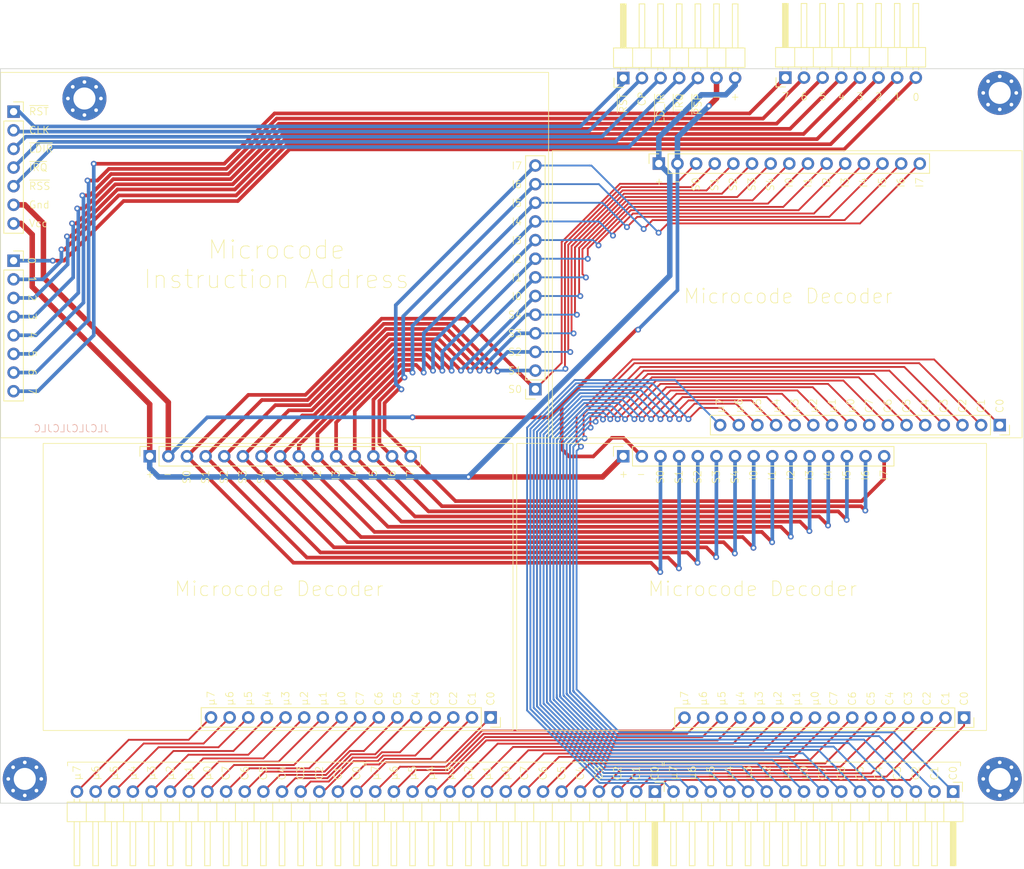
<source format=kicad_pcb>
(kicad_pcb (version 20211014) (generator pcbnew)
  (layers (0 "F.Cu" signal) (31 "B.Cu" signal) (34 "B.Paste" user) (35 "F.Paste" user) (36 "B.SilkS" user "B.Silkscreen") (37 "F.SilkS" user "F.Silkscreen") (38 "B.Mask" user) (39 "F.Mask" user) (44 "Edge.Cuts" user))
  (net 0 "")
  (net 1 "GND")
  (net 2 "VCC")
  (net 3 "INSTRUCTION7")
  (net 4 "INSTRUCTION2")
  (net 5 "INSTRUCTION1")
  (net 6 "INSTRUCTION0")
  (net 7 "STEP4")
  (net 8 "STEP3")
  (net 9 "STEP2")
  (net 10 "STEP1")
  (net 11 "STEP0")
  (net 12 "INSTRUCTION5")
  (net 13 "INSTRUCTION6")
  (net 14 "INSTRUCTION4")
  (net 15 "INSTRUCTION3")
  (net 16 "μ5")
  (net 17 "μ4")
  (net 18 "μ6")
  (net 19 "μ7")
  (net 20 "μ0")
  (net 21 "μ1")
  (net 22 "μ2")
  (net 23 "μ3")
  (net 24 "~{DECODE_CONTROL_7}")
  (net 25 "~{DECODE_CONTROL_6}")
  (net 26 "~{DECODE_CONTROL_5}")
  (net 27 "~{DECODE_CONTROL_4}")
  (net 28 "~{DECODE_CONTROL_3}")
  (net 29 "~{DECODE_CONTROL_2}")
  (net 30 "~{DECODE_CONTROL_1}")
  (net 31 "~{DECODE_CONTROL_0}")
  (net 32 "~{DECODE_CONTROL_0b}")
  (net 33 "~{DECODE_CONTROL_1b}")
  (net 34 "~{DECODE_CONTROL_2b}")
  (net 35 "~{DECODE_CONTROL_3b}")
  (net 36 "~{DECODE_CONTROL_4b}")
  (net 37 "~{DECODE_CONTROL_5b}")
  (net 38 "~{DECODE_CONTROL_6b}")
  (net 39 "~{DECODE_CONTROL_7b}")
  (net 40 "μ0b")
  (net 41 "μ1b")
  (net 42 "μ2b")
  (net 43 "μ3b")
  (net 44 "μ4b")
  (net 45 "μ5b")
  (net 46 "μ6b")
  (net 47 "μ7b")
  (net 48 "BUS0")
  (net 49 "BUS1")
  (net 50 "BUS2")
  (net 51 "BUS3")
  (net 52 "BUS4")
  (net 53 "BUS5")
  (net 54 "BUS6")
  (net 55 "BUS7")
  (net 56 "~{RESET}")
  (net 57 "CLOCK")
  (net 58 "~{LD_IR}")
  (net 59 "~{INT_REQUEST}")
  (net 60 "~{RESET_STEP}")
  (net 61 "~{DECODE_CONTROL_0c}")
  (net 62 "~{DECODE_CONTROL_1c}")
  (net 63 "~{DECODE_CONTROL_2c}")
  (net 64 "~{DECODE_CONTROL_3c}")
  (net 65 "~{DECODE_CONTROL_4c}")
  (net 66 "~{DECODE_CONTROL_5c}")
  (net 67 "~{DECODE_CONTROL_6c}")
  (net 68 "~{DECODE_CONTROL_7c}")
  (net 69 "μ0c")
  (net 70 "μ1c")
  (net 71 "μ2c")
  (net 72 "μ3c")
  (net 73 "μ4c")
  (net 74 "μ5c")
  (net 75 "μ6c")
  (net 76 "μ7c")
  (footprint "Connector_PinSocket_2.54mm:PinSocket_1x16_P2.54mm_Vertical" (layer "F.Cu") (at 237.744 74.726 -90)
    (fp_text reference "J12" hide)
    (fp_text value "Conn_01x16" hide)
  )
  (footprint "MountingHole:MountingHole_3mm_Pad_Via" (layer "F.Cu") (at 104.902 122.936)
    (fp_text reference "REF**" hide)
    (fp_text value "MountingHole_3mm_Pad_Via" hide)
  )
  (footprint "Connector_PinHeader_2.54mm:PinHeader_1x08_P2.54mm_Horizontal" (layer "F.Cu") (at 208.534 27.379044 90)
    (fp_text reference "J2" hide)
    (fp_text value "Conn_01x08" hide)
  )
  (footprint "Connector_PinHeader_2.54mm:PinHeader_1x32_P2.54mm_Horizontal" (layer "F.Cu") (at 190.754 124.657 -90)
    (fp_text reference "J8" hide)
    (fp_text value "Conn_01x15" hide)
  )
  (footprint "Connector_PinSocket_2.54mm:PinSocket_1x13_P2.54mm_Vertical" (layer "F.Cu") (at 174.473 69.835242 180)
    (fp_text reference "J3" hide)
    (fp_text value "Conn_01x13" hide)
  )
  (footprint "MountingHole:MountingHole_3mm_Pad_Via" (layer "F.Cu") (at 113.03 30.226)
    (fp_text reference "REF**" hide)
    (fp_text value "MountingHole_3mm_Pad_Via" hide)
  )
  (footprint "Connector_PinHeader_2.54mm:PinHeader_1x07_P2.54mm_Horizontal" (layer "F.Cu") (at 186.454456 27.432 90)
    (fp_text reference "J4" hide)
    (fp_text value "Conn_01x07" hide)
  )
  (footprint "MountingHole:MountingHole_3mm_Pad_Via" (layer "F.Cu") (at 237.744 29.464)
    (fp_text reference "REF**" hide)
    (fp_text value "MountingHole_3mm_Pad_Via" hide)
  )
  (footprint "Connector_PinSocket_2.54mm:PinSocket_1x16_P2.54mm_Vertical" (layer "F.Cu") (at 232.8905 114.583044 -90)
    (fp_text reference "J9" hide)
    (fp_text value "Conn_01x16" hide)
  )
  (footprint "Connector_PinSocket_2.54mm:PinSocket_1x08_P2.54mm_Vertical" (layer "F.Cu") (at 103.378 52.324242)
    (fp_text reference "J1" hide)
    (fp_text value "Conn_01x08" hide)
  )
  (footprint "MountingHole:MountingHole_3mm_Pad_Via" (layer "F.Cu") (at 237.744 122.936)
    (fp_text reference "REF**" hide)
    (fp_text value "MountingHole_3mm_Pad_Via" hide)
  )
  (footprint "Connector_PinHeader_2.54mm:PinHeader_1x16_P2.54mm_Horizontal" (layer "F.Cu") (at 231.394 124.657 -90)
    (fp_text reference "J11" hide)
    (fp_text value "Conn_01x16" hide)
  )
  (footprint "Connector_PinSocket_2.54mm:PinSocket_1x16_P2.54mm_Vertical" (layer "F.Cu") (at 168.3745 114.558044 -90)
    (fp_text reference "J6" hide)
    (fp_text value "Conn_01x16" hide)
  )
  (footprint "Connector_PinSocket_2.54mm:PinSocket_1x07_P2.54mm_Vertical" (layer "F.Cu") (at 103.378 32.014484)
    (fp_text reference "J5" hide)
    (fp_text value "Conn_01x07" hide)
  )
  (footprint "Connector_PinSocket_2.54mm:PinSocket_1x15_P2.54mm_Vertical" (layer "F.Cu") (at 121.9225 78.973044 90)
    (fp_text reference "J7" hide)
    (fp_text value "Conn_01x15" hide)
  )
  (footprint "Connector_PinSocket_2.54mm:PinSocket_1x15_P2.54mm_Vertical" (layer "F.Cu") (at 186.4385 78.973044 90)
    (fp_text reference "J10" hide)
    (fp_text value "Conn_01x15" hide)
  )
  (footprint "Connector_PinSocket_2.54mm:PinSocket_1x15_P2.54mm_Vertical" (layer "F.Cu") (at 191.292 39.091 90)
    (fp_text reference "J13" hide)
    (fp_text value "Conn_01x15" hide)
  )
  (gr_rect (start 107.4145 77.220044) (end 171.4225 116.336044) (layer "F.SilkS") (width 0.1) (fill none))
  (gr_line (start 151.125 120.65) (end 151.125 121.158) (layer "F.SilkS") (width 0.1))
  (gr_line (start 192.019 120.65) (end 232.405 120.65) (layer "F.SilkS") (width 0.1))
  (gr_line (start 110.739 120.65) (end 151.125 120.65) (layer "F.SilkS") (width 0.1))
  (gr_line (start 151.379 121.158) (end 151.379 120.65) (layer "F.SilkS") (width 0.1))
  (gr_rect (start 101.6 26.670242) (end 176.276 76.454) (layer "F.SilkS") (width 0.1) (fill none))
  (gr_line (start 191.765 120.65) (end 191.765 121.158) (layer "F.SilkS") (width 0.1))
  (gr_line (start 232.405 120.65) (end 232.405 121.158) (layer "F.SilkS") (width 0.1))
  (gr_line (start 151.379 120.65) (end 191.765 120.65) (layer "F.SilkS") (width 0.1))
  (gr_rect (start 171.9305 77.220044) (end 235.9385 116.336044) (layer "F.SilkS") (width 0.1) (fill none))
  (gr_rect (start 176.784 37.338) (end 240.792 76.454) (layer "F.SilkS") (width 0.1) (fill none))
  (gr_line (start 110.739 121.158) (end 110.739 120.65) (layer "F.SilkS") (width 0.1))
  (gr_line (start 192.019 121.158) (end 192.019 120.65) (layer "F.SilkS") (width 0.1))
  (gr_rect (start 101.576544 26.166044) (end 241.022544 126.242044) (layer "Edge.Cuts") (width 0.1) (fill none))
  (gr_text "JLCJLCJLCJLC" (at 111.252 75.184) (layer "B.SilkS") (effects (font (size 1 1) (thickness 0.1)) (justify mirror)))
  (gr_text "I7" (at 157.4525 80.776044 90) (layer "F.SilkS") (effects (font (size 1 1) (thickness 0.1)) (justify right)))
  (gr_text "CLK" (at 105.41 34.544242) (layer "F.SilkS") (effects (font (size 1 1) (thickness 0.1)) (justify left)))
  (gr_text "C3" (at 225.2705 113.034044 90) (layer "F.SilkS") (effects (font (size 1 1) (thickness 0.1)) (justify left)))
  (gr_text "S0" (at 126.9725 80.776044 90) (layer "F.SilkS") (effects (font (size 1 1) (thickness 0.1)) (justify right)))
  (gr_text "C1" (at 165.8345 113.034044 90) (layer "F.SilkS") (effects (font (size 1 1) (thickness 0.1)) (justify left)))
  (gr_text "I2" (at 214.122 40.894 90) (layer "F.SilkS") (effects (font (size 1 1) (thickness 0.1)) (justify right)))
  (gr_text "S3" (at 172.72 62.225) (layer "F.SilkS") (effects (font (size 1 1) (thickness 0.1)) (justify right)))
  (gr_text "μ0" (at 212.5705 113.034044 90) (layer "F.SilkS") (effects (font (size 1 1) (thickness 0.1)) (justify left)))
  (gr_text "C4" (at 222.7305 113.034044 90) (layer "F.SilkS") (effects (font (size 1 1) (thickness 0.1)) (justify left)))
  (gr_text "C5" (at 137.409 123.19 90) (layer "F.SilkS") (effects (font (size 1 1) (thickness 0.1)) (justify left)))
  (gr_text "μ5" (at 157.729 123.19 90) (layer "F.SilkS") (effects (font (size 1 1) (thickness 0.1)) (justify left)))
  (gr_text "C0" (at 190.749 123.19 90) (layer "F.SilkS") (effects (font (size 1 1) (thickness 0.1)) (justify left)))
  (gr_text "C7" (at 132.329 123.19 90) (layer "F.SilkS") (effects (font (size 1 1) (thickness 0.1)) (justify left)))
  (gr_text "Vcc" (at 105.41 47.244242) (layer "F.SilkS") (effects (font (size 1 1) (thickness 0.1)) (justify left)))
  (gr_text "S4" (at 137.1325 80.776044 90) (layer "F.SilkS") (effects (font (size 1 1) (thickness 0.1)) (justify right)))
  (gr_text "C2" (at 232.664 73.152 90) (layer "F.SilkS") (effects (font (size 1 1) (thickness 0.1)) (justify left)))
  (gr_text "S4" (at 201.6485 80.776044 90) (layer "F.SilkS") (effects (font (size 1 1) (thickness 0.1)) (justify right)))
  (gr_text "I1" (at 142.2125 80.776044 90) (layer "F.SilkS") (effects (font (size 1 1) (thickness 0.1)) (justify right)))
  (gr_text "μ2" (at 212.344 73.152 90) (layer "F.SilkS") (effects (font (size 1 1) (thickness 0.1)) (justify left)))
  (gr_text "S1" (at 198.882 40.894 90) (layer "F.SilkS") (effects (font (size 1 1) (thickness 0.1)) (justify right)))
  (gr_text "C3" (at 183.129 123.19 90) (layer "F.SilkS") (effects (font (size 1 1) (thickness 0.1)) (justify left)))
  (gr_text "3" (at 105.918 59.929242 270) (layer "F.SilkS") (effects (font (size 1 1) (thickness 0.1))))
  (gr_text "μ0" (at 211.069 123.19 90) (layer "F.SilkS") (effects (font (size 1 1) (thickness 0.1)) (justify left)))
  (gr_text "C6" (at 134.869 123.19 90) (layer "F.SilkS") (effects (font (size 1 1) (thickness 0.1)) (justify left)))
  (gr_text "7" (at 208.552456 29.972) (layer "F.SilkS") (effects (font (size 1 1) (thickness 0.1))))
  (gr_text "C7" (at 213.609 123.19 90) (layer "F.SilkS") (effects (font (size 1 1) (thickness 0.1)) (justify left)))
  (gr_text "I5" (at 216.8885 80.776044 90) (layer "F.SilkS") (effects (font (size 1 1) (thickness 0.1)) (justify right)))
  (gr_text "C0" (at 231.389 123.19 90) (layer "F.SilkS") (effects (font (size 1 1) (thickness 0.1)) (justify left)))
  (gr_text "C3" (at 230.124 73.152 90) (layer "F.SilkS") (effects (font (size 1 1) (thickness 0.1)) (justify left)))
  (gr_text "~{RST}" (at 186.454456 29.464 90) (layer "F.SilkS") (effects (font (size 1 1) (thickness 0.1)) (justify right)))
  (gr_text "2" (at 105.918 57.389242 270) (layer "F.SilkS") (effects (font (size 1 1) (thickness 0.1))))
  (gr_text "S1" (at 194.0285 80.776044 90) (layer "F.SilkS") (effects (font (size 1 1) (thickness 0.1)) (justify right)))
  (gr_text "C1" (at 230.3505 113.034044 90) (layer "F.SilkS") (effects (font (size 1 1) (thickness 0.1)) (justify left)))
  (gr_text "C1" (at 147.569 123.19 90) (layer "F.SilkS") (effects (font (size 1 1) (thickness 0.1)) (justify left)))
  (gr_text "S4" (at 172.72 59.72) (layer "F.SilkS") (effects (font (size 1 1) (thickness 0.1)) (justify right)))
  (gr_text "μ7" (at 130.2745 113.034044 90) (layer "F.SilkS") (effects (font (size 1 1) (thickness 0.1)) (justify left)))
  (gr_text "S1" (at 129.5125 80.776044 90) (layer "F.SilkS") (effects (font (size 1 1) (thickness 0.1)) (justify right)))
  (gr_text "μ4" (at 160.269 123.19 90) (layer "F.SilkS") (effects (font (size 1 1) (thickness 0.1)) (justify left)))
  (gr_text "μ2" (at 124.709 123.19 90) (layer "F.SilkS") (effects (font (size 1 1) (thickness 0.1)) (justify left)))
  (gr_text "μ2" (at 207.4905 113.034044 90) (layer "F.SilkS") (effects (font (size 1 1) (thickness 0.1)) (justify left)))
  (gr_text "C2" (at 145.029 123.19 90) (layer "F.SilkS") (effects (font (size 1 1) (thickness 0.1)) (justify left)))
  (gr_text "+" (at 191.262 40.894 90) (layer "F.SilkS") (effects (font (size 1 1) (thickness 0.1)) (justify right)))
  (gr_text "6" (at 105.918 67.549242 270) (layer "F.SilkS") (effects (font (size 1 1) (thickness 0.1))))
  (gr_text "+" (at 186.4085 80.776044 90) (layer "F.SilkS") (effects (font (size 1 1) (thickness 0.1)) (justify right)))
  (gr_text "~{RSS}" (at 105.41 42.164242) (layer "F.SilkS") (effects (font (size 1 1) (thickness 0.1)) (justify left)))
  (gr_text "μ5" (at 199.8705 113.034044 90) (layer "F.SilkS") (effects (font (size 1 1) (thickness 0.1)) (justify left)))
  (gr_text "S0" (at 191.4885 80.776044 90) (layer "F.SilkS") (effects (font (size 1 1) (thickness 0.1)) (justify right)))
  (gr_text "+" (at 121.8925 80.776044 90) (layer "F.SilkS") (effects (font (size 1 1) (thickness 0.1)) (justify right)))
  (gr_text "C5" (at 218.689 123.19 90) (layer "F.SilkS") (effects (font (size 1 1) (thickness 0.1)) (justify left)))
  (gr_text "μ7" (at 194.7905 113.034044 90) (layer "F.SilkS") (effects (font (size 1 1) (thickness 0.1)) (justify left)))
  (gr_text "μ1" (at 145.5145 113.034044 90) (layer "F.SilkS") (effects (font (size 1 1) (thickness 0.1)) (justify left)))
  (gr_text "μ2" (at 165.349 123.19 90) (layer "F.SilkS") (effects (font (size 1 1) (thickness 0.1)) (justify left)))
  (gr_text "μ6" (at 155.189 123.19 90) (layer "F.SilkS") (effects (font (size 1 1) (thickness 0.1)) (justify left)))
  (gr_text "C3" (at 160.7545 113.034044 90) (layer "F.SilkS") (effects (font (size 1 1) (thickness 0.1)) (justify left)))
  (gr_text "I6" (at 224.282 40.894 90) (layer "F.SilkS") (effects (font (size 1 1) (thickness 0.1)) (justify right)))
  (gr_text "S4" (at 206.502 40.894 90) (layer "F.SilkS") (effects (font (size 1 1) (thickness 0.1)) (justify right)))
  (gr_text "μ5" (at 204.724 73.152 90) (layer "F.SilkS") (effects (font (size 1 1) (thickness 0.1)) (justify left)))
  (gr_text "μ0" (at 217.424 73.152 90) (layer "F.SilkS") (effects (font (size 1 1) (thickness 0.1)) (justify left)))
  (gr_text "μ0" (at 170.429 123.19 90) (layer "F.SilkS") (effects (font (size 1 1) (thickness 0.1)) (justify left)))
  (gr_text "μ5" (at 117.089 123.19 90) (layer "F.SilkS") (effects (font (size 1 1) (thickness 0.1)) (justify left)))
  (gr_text "C4" (at 221.229 123.19 90) (layer "F.SilkS") (effects (font (size 1 1) (thickness 0.1)) (justify left)))
  (gr_text "C5" (at 155.6745 113.034044 90) (layer "F.SilkS") (effects (font (size 1 1) (thickness 0.1)) (justify left)))
  (gr_text "S3" (at 134.5925 80.776044 90) (layer "F.SilkS") (effects (font (size 1 1) (thickness 0.1)) (justify right)))
  (gr_text "μ7" (at 193.289 123.19 90) (layer "F.SilkS") (effects (font (size 1 1) (thickness 0.1)) (justify left)))
  (gr_text "μ4" (at 207.264 73.152 90) (layer "F.SilkS") (effects (font (size 1 1) (thickness 0.1)) (justify left)))
  (gr_text "I3" (at 147.2925 80.776044 90) (layer "F.SilkS") (effects (font (size 1 1) (thickness 0.1)) (justify right)))
  (gr_text "I7" (at 226.822 40.894 90) (layer "F.SilkS") (effects (font (size 1 1) (thickness 0.1)) (justify right)))
  (gr_text "4" (at 216.172456 29.972) (layer "F.SilkS") (effects (font (size 1 1) (thickness 0.1))))
  (gr_text "1" (at 223.792456 29.972) (layer "F.SilkS") (effects (font (size 1 1) (thickness 0.1))))
  (gr_text "7" (at 105.918 70.089242 270) (layer "F.SilkS") (effects (font (size 1 1) (thickness 0.1))))
  (gr_text "-" (at 123.6705 81.538044 180) (layer "F.SilkS") (effects (font (size 1 1) (thickness 0.1)) (justify right)))
  (gr_text "C2" (at 163.2945 113.034044 90) (layer "F.SilkS") (effects (font (size 1 1) (thickness 0.1)) (justify left)))
  (gr_text "I4" (at 149.8325 80.776044 90) (layer "F.SilkS") (effects (font (size 1 1) (thickness 0.1)) (justify right)))
  (gr_text "μ7" (at 152.649 123.19 90) (layer "F.SilkS") (effects (font (size 1 1) (thickness 0.1)) (justify left)))
  (gr_text "I3" (at 172.72 49.56) (layer "F.SilkS") (effects (font (size 1 1) (thickness 0.1)) (justify right)))
  (gr_text "I4" (at 172.72 47.02) (layer "F.SilkS") (effects (font (size 1 1) (thickness 0.1)) (justify right)))
  (gr_text "6" (at 211.092456 29.972) (layer "F.SilkS") (effects (font (size 1 1) (thickness 0.1))))
  (gr_text "C0" (at 150.109 123.19 90) (layer "F.SilkS") (effects (font (size 1 1) (thickness 0.1)) (justify left)))
  (gr_text "~{LDIR}" (at 105.41 37.084242) (layer "F.SilkS") (effects (font (size 1 1) (thickness 0.1)) (justify left)))
  (gr_text "μ1" (at 208.529 123.19 90) (layer "F.SilkS") (effects (font (size 1 1) (thickness 0.1)) (justify left)))
  (gr_text "μ3" (at 122.169 123.19 90) (layer "F.SilkS") (effects (font (size 1 1) (thickness 0.1)) (justify left)))
  (gr_text "μ6" (at 132.8145 113.034044 90) (layer "F.SilkS") (effects (font (size 1 1) (thickness 0.1)) (justify left)))
  (gr_text "μ3" (at 162.809 123.19 90) (layer "F.SilkS") (effects (font (size 1 1) (thickness 0.1)) (justify left)))
  (gr_text "μ2" (at 205.989 123.19 90) (layer "F.SilkS") (effects (font (size 1 1) (thickness 0.1)) (justify left)))
  (gr_text "C0" (at 232.8905 113.034044 90) (layer "F.SilkS") (effects (font (size 1 1) (thickness 0.1)) (justify left)))
  (gr_text "S2" (at 172.72 64.765) (layer "F.SilkS") (effects (font (size 1 1) (thickness 0.1)) (justify right)))
  (gr_text "4" (at 105.918 62.469242 270) (layer "F.SilkS") (effects (font (size 1 1) (thickness 0.1))))
  (gr_text "S1" (at 172.72 67.305) (layer "F.SilkS") (effects (font (size 1 1) (thickness 0.1)) (justify right)))
  (gr_text "μ4" (at 137.8945 113.034044 90) (layer "F.SilkS") (effects (font (size 1 1) (thickness 0.1)) (justify left)))
  (gr_text "5" (at 105.918 65.009242 270) (layer "F.SilkS") (effects (font (size 1 1) (thickness 0.1))))
  (gr_text "C7" (at 150.5945 113.034044 90) (layer "F.SilkS") (effects (font (size 1 1) (thickness 0.1)) (justify left)))
  (gr_text "μ4" (at 119.629 123.19 90) (layer "F.SilkS") (effects (font (size 1 1) (thickness 0.1)) (justify left)))
  (gr_text "-" (at 199.154456 29.972) (layer "F.SilkS") (effects (font (size 1 1) (thickness 0.1))))
  (gr_text "I0" (at 209.042 40.894 90) (layer "F.SilkS") (effects (font (size 1 1) (thickness 0.1)) (justify right)))
  (gr_text "S0" (at 196.342 40.894 90) (layer "F.SilkS") (effects (font (size 1 1) (thickness 0.1)) (justify right)))
  (gr_text "I4" (at 219.202 40.894 90) (layer "F.SilkS") (effects (font (size 1 1) (thickness 0.1)) (justify right)))
  (gr_text "-" (at 193.04 41.656 180) (layer "F.SilkS") (effects (font (size 1 1) (thickness 0.1)) (justify right)))
  (gr_text "C5" (at 220.1905 113.034044 90) (layer "F.SilkS") (effects (font (size 1 1) (thickness 0.1)) (justify left)))
  (gr_text "μ3" (at 203.449 123.19 90) (layer "F.SilkS") (effects (font (size 1 1) (thickness 0.1)) (justify left)))
  (gr_text "Microcode Decoder" (at 223.266 57.15) (layer "F.SilkS") (effects (font (size 2 2) (thickness 0.1)) (justify right)))
  (gr_text "Microcode\nInstruction Address" (at 139.192 52.832242) (layer "F.SilkS") (effects (font (size 2.5 2.5) (thickness 0.1))))
  (gr_text "μ1" (at 127.249 123.19 90) (layer "F.SilkS") (effects (font (size 1 1) (thickness 0.1)) (justify left)))
  (gr_text "μ1" (at 167.889 123.19 90) (layer "F.SilkS") (effects (font (size 1 1) (thickness 0.1)) (justify left)))
  (gr_text "μ5" (at 135.3545 113.034044 90) (layer "F.SilkS") (effects (font (size 1 1) (thickness 0.1)) (justify left)))
  (gr_text "μ3" (at 209.804 73.152 90) (layer "F.SilkS") (effects (font (size 1 1) (thickness 0.1)) (justify left)))
  (gr_text "~{IRQ}" (at 105.41 39.624242) (layer "F.SilkS") (effects (font (size 1 1) (thickness 0.1)) (justify left)))
  (gr_text "C4" (at 180.589 123.19 90) (layer "F.SilkS") (effects (font (size 1 1) (thickness 0.1)) (justify left)))
  (gr_text "I6" (at 172.72 41.94) (layer "F.SilkS") (effects (font (size 1 1) (thickness 0.1)) (justify right)))
  (gr_text "μ0" (at 148.0545 113.034044 90) (layer "F.SilkS") (effects (font (size 1 1) (thickness 0.1)) (justify left)))
  (gr_text "μ7" (at 199.644 73.152 90) (layer "F.SilkS") (effects (font (size 1 1) (thickness 0.1)) (justify left)))
  (gr_text "C1" (at 228.849 123.19 90) (layer "F.SilkS") (effects (font (size 1 1) (thickness 0.1)) (justify left)))
  (gr_text "I5" (at 172.72 44.48) (layer "F.SilkS") (effects (font (size 1 1) (thickness 0.1)) (justify right)))
  (gr_text "C6" (at 217.6505 113.034044 90) (layer "F.SilkS") (effects (font (size 1 1) (thickness 0.1)) (justify left)))
  (gr_text "μ3" (at 140.4345 113.034044 90) (layer "F.SilkS") (effects (font (size 1 1) (thickness 0.1)) (justify left)))
  (gr_text "S3" (at 203.962 40.894 90) (layer "F.SilkS") (effects (font (size 1 1) (thickness 0.1)) (justify right)))
  (gr_text "C2" (at 227.8105 113.034044 90) (layer "F.SilkS") (effects (font (size 1 1) (thickness 0.1)) (justify left)))
  (gr_text "C4" (at 139.949 123.19 90) (layer "F.SilkS") (effects (font (size 1 1) (thickness 0.1)) (justify left)))
  (gr_text "μ6" (at 114.549 123.19 90) (layer "F.SilkS") (effects (font (size 1 1) (thickness 0.1)) (justify left)))
  (gr_text "1" (at 105.918 54.849242 270) (layer "F.SilkS") (effects (font (size 1 1) (thickness 0.1))))
  (gr_text "CP" (at 188.994456 29.21 90) (layer "F.SilkS") (effects (font (size 1 1) (thickness 0.1)) (justify right)))
  (gr_text "C1" (at 235.204 73.152 90) (layer "F.SilkS") (effects (font (size 1 1) (thickness 0.1)) (justify left)))
  (gr_text "I3" (at 216.662 40.894 90) (layer "F.SilkS") (effects (font (size 1 1) (thickness 0.1)) (justify right)))
  (gr_text "S2" (at 196.5685 80.776044 90) (layer "F.SilkS") (effects (font (size 1 1) (thickness 0.1)) (justify right)))
  (gr_text "I2" (at 209.2685 80.776044 90) (layer "F.SilkS") (effects (font (size 1 1) (thickness 0.1)) (justify right)))
  (gr_text "μ5" (at 198.369 123.19 90) (layer "F.SilkS") (effects (font (size 1 1) (thickness 0.1)) (justify left)))
  (gr_text "S0" (at 172.72 69.845) (layer "F.SilkS") (effects (font (size 1 1) (thickness 0.1)) (justify right)))
  (gr_text "C4" (at 158.2145 113.034044 90) (layer "F.SilkS") (effects (font (size 1 1) (thickness 0.1)) (justify left)))
  (gr_text "0" (at 105.918 52.309242 90) (layer "F.SilkS") (effects (font (size 1 1) (thickness 0.1))))
  (gr_text "~{RST}" (at 105.41 32.004242) (layer "F.SilkS") (effects (font (size 1 1) (thickness 0.1)) (justify left)))
  (gr_text "I6" (at 154.9125 80.776044 90) (layer "F.SilkS") (effects (font (size 1 1) (thickness 0.1)) (justify right)))
  (gr_text "I2" (at 144.7525 80.776044 90) (layer "F.SilkS") (effects (font (size 1 1) (thickness 0.1)) (justify right)))
  (gr_text "μ3" (at 204.9505 113.034044 90) (layer "F.SilkS") (effects (font (size 1 1) (thickness 0.1)) (justify left)))
  (gr_text "S3" (at 199.1085 80.776044 90) (layer "F.SilkS") (effects (font (size 1 1) (thickness 0.1)) (justify right)))
  (gr_text "μ0" (at 129.789 123.19 90) (layer "F.SilkS") (effects (font (size 1 1) (thickness 0.1)) (justify left)))
  (gr_text "C1" (at 188.209 123.19 90) (layer "F.SilkS") (effects (font (size 1 1) (thickness 0.1)) (justify left)))
  (gr_text "I6" (at 219.4285 80.776044 90) (layer "F.SilkS") (effects (font (size 1 1) (thickness 0.1)) (justify right)))
  (gr_text "C7" (at 172.969 123.19 90) (layer "F.SilkS") (effects (font (size 1 1) (thickness 0.1)) (justify left)))
  (gr_text "I7" (at 172.72 39.4) (layer "F.SilkS") (effects (font (size 1 1) (thickness 0.1)) (justify right)))
  (gr_text "I3" (at 211.8085 80.776044 90) (layer "F.SilkS") (effects (font (size 1 1) (thickness 0.1)) (justify right)))
  (gr_text "~{LD_IR}" (at 191.534456 29.464 90) (layer "F.SilkS") (effects (font (size 1 1) (thickness 0.1)) (justify right)))
  (gr_text "+" (at 201.694456 29.972) (layer "F.SilkS") (effects (font (size 1 1) (thickness 0.1))))
  (gr_text "I5" (at 152.3725 80.776044 90) (layer "F.SilkS") (effects (font (size 1 1) (thickness 0.1)) (justify right)))
  (gr_text "I1" (at 211.582 40.894 90) (layer "F.SilkS") (effects (font (size 1 1) (thickness 0.1)) (justify right)))
  (gr_text "Gnd" (at 105.41 44.704242) (layer "F.SilkS") (effects (font (size 1 1) (thickness 0.1)) (justify left)))
  (gr_text "C6" (at 175.509 123.19 90) (layer "F.SilkS") (effects (font (size 1 1) (thickness 0.1)) (justify left)))
  (gr_text "5" (at 213.632456 29.972) (layer "F.SilkS") (effects (font (size 1 1) (thickness 0.1))))
  (gr_text "-" (at 188.1865 81.538044 180) (layer "F.SilkS") (effects (font (size 1 1) (thickness 0.1)) (justify right)))
  (gr_text "C7" (at 215.1105 113.034044 90) (layer "F.SilkS") (effects (font (size 1 1) (thickness 0.1)) (justify left)))
  (gr_text "μ1" (at 210.0305 113.034044 90) (layer "F.SilkS") (effects (font (size 1 1) (thickness 0.1)) (justify left)))
  (gr_text "C0" (at 237.744 73.152 90) (layer "F.SilkS") (effects (font (size 1 1) (thickness 0.1)) (justify left)))
  (gr_text "μ1" (at 214.884 73.152 90) (layer "F.SilkS") (effects (font (size 1 1) (thickness 0.1)) (justify left)))
  (gr_text "I4" (at 214.3485 80.776044 90) (layer "F.SilkS") (effects (font (size 1 1) (thickness 0.1)) (justify right)))
  (gr_text "I5" (at 221.742 40.894 90) (layer "F.SilkS") (effects (font (size 1 1) (thickness 0.1)) (justify right)))
  (gr_text "μ2" (at 142.9745 113.034044 90) (layer "F.SilkS") (effects (font (size 1 1) (thickness 0.1)) (justify left)))
  (gr_text "~{RSP}" (at 196.614456 29.464 90) (layer "F.SilkS") (effects (font (size 1 1) (thickness 0.1)) (justify right)))
  (gr_text "C6" (at 216.149 123.19 90) (layer "F.SilkS") (effects (font (size 1 1) (thickness 0.1)) (justify left)))
  (gr_text "I0" (at 139.6725 80.776044 90) (layer "F.SilkS") (effects (font (size 1 1) (thickness 0.1)) (justify right)))
  (gr_text "2" (at 221.252456 29.972) (layer "F.SilkS") (effects (font (size 1 1) (thickness 0.1))))
  (gr_text "μ6" (at 202.184 73.152 90) (layer "F.SilkS") (effects (font (size 1 1) (thickness 0.1)) (justify left)))
  (gr_text "C5" (at 225.044 73.152 90) (layer "F.SilkS") (effects (font (size 1 1) (thickness 0.1)) (justify left)))
  (gr_text "μ7" (at 112.009 123.19 90) (layer "F.SilkS") (effects (font (size 1 1) (thickness 0.1)) (justify left)))
  (gr_text "C0" (at 168.3745 113.034044 90) (layer "F.SilkS") (effects (font (size 1 1) (thickness 0.1)) (justify left)))
  (gr_text "3" (at 218.712456 29.972) (layer "F.SilkS") (effects (font (size 1 1) (thickness 0.1))))
  (gr_text "C3" (at 223.769 123.19 90) (layer "F.SilkS") (effects (font (size 1 1) (thickness 0.1)) (justify left)))
  (gr_text "C2" (at 185.669 123.19 90) (layer "F.SilkS") (effects (font (size 1 1) (thickness 0.1)) (justify left)))
  (gr_text "C4" (at 227.584 73.152 90) (layer "F.SilkS") (effects (font (size 1 1) (thickness 0.1)) (justify left)))
  (gr_text "μ4" (at 200.909 123.19 90) (layer "F.SilkS") (effects (font (size 1 1) (thickness 0.1)) (justify left)))
  (gr_text "Microcode Decoder" (at 153.8965 97.032044) (layer "F.SilkS") (effects (font (size 2 2) (thickness 0.1)) (justify right)))
  (gr_text "C2" (at 226.309 123.19 90) (layer "F.SilkS") (effects (font (size 1 1) (thickness 0.1)) (justify left)))
  (gr_text "C7" (at 219.964 73.152 90) (layer "F.SilkS") (effects (font (size 1 1) (thickness 0.1)) (justify left)))
  (gr_text "C6" (at 222.504 73.152 90) (layer "F.SilkS") (effects (font (size 1 1) (thickness 0.1)) (justify left)))
  (gr_text "I1" (at 206.7285 80.776044 90) (layer "F.SilkS") (effects (font (size 1 1) (thickness 0.1)) (justify right)))
  (gr_text "I0" (at 172.72 57.18) (layer "F.SilkS") (effects (font (size 1 1) (thickness 0.1)) (justify right)))
  (gr_text "~{IRQ}" (at 194.074456 29.464 90) (layer "F.SilkS") (effects (font (size 1 1) (thickness 0.1)) (justify right)))
  (gr_text "S2" (at 132.0525 80.776044 90) (layer "F.SilkS") (effects (font (size 1 1) (thickness 0.1)) (justify right)))
  (gr_text "0" (at 226.332456 29.972 180) (layer "F.SilkS") (effects (font (size 1 1) (thickness 0.1))))
  (gr_text "μ4" (at 202.4105 113.034044 90) (layer "F.SilkS") (effects (font (size 1 1) (thickness 0.1)) (justify left)))
  (gr_text "S2" (at 201.422 40.894 90) (layer "F.SilkS") (effects (font (size 1 1) (thickness 0.1)) (justify right)))
  (gr_text "C3" (at 142.489 123.19 90) (layer "F.SilkS") (effects (font (size 1 1) (thickness 0.1)) (justify left)))
  (gr_text "μ6" (at 197.3305 113.034044 90) (layer "F.SilkS") (effects (font (size 1 1) (thickness 0.1)) (justify left)))
  (gr_text "I0" (at 204.1885 80.776044 90) (layer "F.SilkS") (effects (font (size 1 1) (thickness 0.1)) (justify right)))
  (gr_text "I2" (at 172.72 52.1) (layer "F.SilkS") (effects (font (size 1 1) (thickness 0.1)) (justify right)))
  (gr_text "μ6" (at 195.829 123.19 90) (layer "F.SilkS") (effects (font (size 1 1) (thickness 0.1)) (justify left)))
  (gr_text "C6" (at 153.1345 113.034044 90) (layer "F.SilkS") (effects (font (size 1 1) (thickness 0.1)) (justify left)))
  (gr_text "C5" (at 178.049 123.19 90) (layer "F.SilkS") (effects (font (size 1 1) (thickness 0.1)) (justify left)))
  (gr_text "I1" (at 172.72 54.64) (layer "F.SilkS") (effects (font (size 1 1) (thickness 0.1)) (justify right)))
  (gr_text "I7" (at 221.9685 80.776044 90) (layer "F.SilkS") (effects (font (size 1 1) (thickness 0.1)) (justify right)))
  (gr_text "Microcode Decoder" (at 218.4125 97.032044) (layer "F.SilkS") (effects (font (size 2 2) (thickness 0.1)) (justify right)))
  (segment (start 178.054 71.882) (end 176.276 73.66) (width 0.5) (layer "F.Cu") (net 1))
  (segment (start 178.054 77.978) (end 179.07 78.994) (width 0.5) (layer "F.Cu") (net 1))
  (segment (start 178.054 71.882) (end 188.214 61.722) (width 0.5) (layer "F.Cu") (net 1))
  (segment (start 107.442 47.244) (end 107.442 54.61) (width 0.75) (layer "F.Cu") (net 1))
  (segment (start 186.459456 76.454) (end 188.9785 78.973044) (width 0.5) (layer "F.Cu") (net 1))
  (segment (start 104.912484 44.714484) (end 107.442 47.244) (width 0.75) (layer "F.Cu") (net 1))
  (segment (start 199.154456 27.432) (end 199.154456 30.207544) (width 0.75) (layer "F.Cu") (net 1))
  (segment (start 184.912 76.454) (end 186.459456 76.454) (width 0.5) (layer "F.Cu") (net 1))
  (segment (start 124.4625 71.6305) (end 124.4625 78.973044) (width 0.75) (layer "F.Cu") (net 1))
  (segment (start 179.07 78.994) (end 182.372 78.994) (width 0.5) (layer "F.Cu") (net 1))
  (segment (start 199.154456 30.207544) (end 198.12 31.242) (width 0.75) (layer "F.Cu") (net 1))
  (segment (start 182.372 78.994) (end 184.912 76.454) (width 0.5) (layer "F.Cu") (net 1))
  (segment (start 176.276 73.66) (end 157.734 73.66) (width 0.5) (layer "F.Cu") (net 1))
  (segment (start 103.378 44.714484) (end 104.912484 44.714484) (width 0.75) (layer "F.Cu") (net 1))
  (segment (start 107.442 54.61) (end 124.4625 71.6305) (width 0.75) (layer "F.Cu") (net 1))
  (segment (start 178.054 71.882) (end 178.054 77.978) (width 0.5) (layer "F.Cu") (net 1))
  (segment (start 188.214 61.722) (end 188.468 61.722) (width 0.5) (layer "F.Cu") (net 1))
  (via (at 188.468 61.722) (size 0.8) (drill 0.4) (layers "F.Cu" "B.Cu") (net 1))
  (via (at 198.12 31.242) (size 0.8) (drill 0.4) (layers "F.Cu" "B.Cu") (net 1))
  (via (at 157.734 73.66) (size 0.8) (drill 0.4) (layers "F.Cu" "B.Cu") (net 1))
  (segment (start 129.775544 73.66) (end 124.4625 78.973044) (width 0.5) (layer "B.Cu") (net 1))
  (segment (start 198.12 31.242) (end 193.832 35.53) (width 0.75) (layer "B.Cu") (net 1))
  (segment (start 193.832 39.091) (end 193.832 56.358) (width 0.5) (layer "B.Cu") (net 1))
  (segment (start 193.832 56.358) (end 188.468 61.722) (width 0.5) (layer "B.Cu") (net 1))
  (segment (start 193.832 35.53) (end 193.832 39.091) (width 0.75) (layer "B.Cu") (net 1))
  (segment (start 157.734 73.66) (end 129.775544 73.66) (width 0.5) (layer "B.Cu") (net 1))
  (segment (start 183.623544 81.788) (end 165.354 81.788) (width 0.75) (layer "F.Cu") (net 2))
  (segment (start 121.9225 78.973044) (end 121.9225 71.8845) (width 0.75) (layer "F.Cu") (net 2))
  (segment (start 105.918 48.768) (end 104.404484 47.254484) (width 0.75) (layer "F.Cu") (net 2))
  (segment (start 186.4385 78.973044) (end 183.623544 81.788) (width 0.75) (layer "F.Cu") (net 2))
  (segment (start 104.404484 47.254484) (end 103.378 47.254484) (width 0.75) (layer "F.Cu") (net 2))
  (segment (start 105.918 55.88) (end 105.918 48.768) (width 0.75) (layer "F.Cu") (net 2))
  (segment (start 121.9225 71.8845) (end 105.918 55.88) (width 0.75) (layer "F.Cu") (net 2))
  (via (at 165.354 81.788) (size 0.8) (drill 0.4) (layers "F.Cu" "B.Cu") (net 2))
  (segment (start 121.9225 80.573044) (end 123.137456 81.788) (width 0.75) (layer "B.Cu") (net 2))
  (segment (start 191.292 39.091) (end 192.786 40.585) (width 0.75) (layer "B.Cu") (net 2))
  (segment (start 197.104 29.718) (end 191.292 35.53) (width 0.75) (layer "B.Cu") (net 2))
  (segment (start 201.694456 28.429544) (end 200.406 29.718) (width 0.75) (layer "B.Cu") (net 2))
  (segment (start 123.137456 81.788) (end 165.354 81.788) (width 0.75) (layer "B.Cu") (net 2))
  (segment (start 191.292 35.53) (end 191.292 39.091) (width 0.75) (layer "B.Cu") (net 2))
  (segment (start 192.786 54.356) (end 165.354 81.788) (width 0.75) (layer "B.Cu") (net 2))
  (segment (start 201.694456 27.432) (end 201.694456 28.429544) (width 0.75) (layer "B.Cu") (net 2))
  (segment (start 200.406 29.718) (end 197.104 29.718) (width 0.75) (layer "B.Cu") (net 2))
  (segment (start 192.786 40.585) (end 192.786 54.356) (width 0.75) (layer "B.Cu") (net 2))
  (segment (start 121.9225 78.973044) (end 121.9225 80.573044) (width 0.75) (layer "B.Cu") (net 2))
  (segment (start 153.924 71.721548) (end 155.795548 69.85) (width 0.5) (layer "F.Cu") (net 3))
  (segment (start 218.932632 85.081912) (end 221.9985 82.016044) (width 0.5) (layer "F.Cu") (net 3))
  (segment (start 226.852 39.091) (end 218.699 47.244) (width 0.25) (layer "F.Cu") (net 3))
  (segment (start 192.532 47.244) (end 191.262 48.514) (width 0.25) (layer "F.Cu") (net 3))
  (segment (start 157.4825 78.973044) (end 163.591368 85.081912) (width 0.5) (layer "F.Cu") (net 3))
  (segment (start 157.4825 78.973044) (end 153.924 75.414544) (width 0.5) (layer "F.Cu") (net 3))
  (segment (start 153.924 75.414544) (end 153.924 71.721548) (width 0.5) (layer "F.Cu") (net 3))
  (segment (start 221.9985 82.016044) (end 221.9985 78.973044) (width 0.5) (layer "F.Cu") (net 3))
  (segment (start 155.795548 69.85) (end 156.21 69.85) (width 0.5) (layer "F.Cu") (net 3))
  (segment (start 218.699 47.244) (end 192.532 47.244) (width 0.25) (layer "F.Cu") (net 3))
  (segment (start 163.591368 85.081912) (end 218.932632 85.081912) (width 0.5) (layer "F.Cu") (net 3))
  (via (at 191.262 48.514) (size 0.8) (drill 0.4) (layers "F.Cu" "B.Cu") (net 3))
  (via (at 156.21 69.85) (size 0.8) (drill 0.4) (layers "F.Cu" "B.Cu") (net 3))
  (segment (start 155.448 58.380242) (end 174.473 39.355242) (width 0.5) (layer "B.Cu") (net 3))
  (segment (start 181.864 39.37) (end 181.849242 39.355242) (width 0.25) (layer "B.Cu") (net 3))
  (segment (start 156.21 69.85) (end 155.448 69.088) (width 0.5) (layer "B.Cu") (net 3))
  (segment (start 181.849242 39.355242) (end 174.473 39.355242) (width 0.25) (layer "B.Cu") (net 3))
  (segment (start 182.118 39.37) (end 181.864 39.37) (width 0.25) (layer "B.Cu") (net 3))
  (segment (start 155.448 69.088) (end 155.448 58.380242) (width 0.5) (layer "B.Cu") (net 3))
  (segment (start 191.262 48.514) (end 182.118 39.37) (width 0.25) (layer "B.Cu") (net 3))
  (segment (start 214.152 39.091) (end 208.246553 44.996447) (width 0.25) (layer "F.Cu") (net 4))
  (segment (start 144.7825 78.973044) (end 144.7825 75.916758) (width 0.5) (layer "F.Cu") (net 4))
  (segment (start 154.388923 88.579467) (end 207.927923 88.579467) (width 0.5) (layer "F.Cu") (net 4))
  (segment (start 144.7825 78.973044) (end 154.388923 88.579467) (width 0.5) (layer "F.Cu") (net 4))
  (segment (start 155.575289 65.123969) (end 159.611958 65.123969) (width 0.5) (layer "F.Cu") (net 4))
  (segment (start 159.611958 65.123969) (end 161.798 67.310011) (width 0.5) (layer "F.Cu") (net 4))
  (segment (start 207.927923 88.579467) (end 209.2685 89.920044) (width 0.5) (layer "F.Cu") (net 4))
  (segment (start 181.61 50.677928) (end 181.61 52.07) (width 0.25) (layer "F.Cu") (net 4))
  (segment (start 187.29148 44.996448) (end 181.61 50.677928) (width 0.25) (layer "F.Cu") (net 4))
  (segment (start 144.7825 75.916758) (end 155.575289 65.123969) (width 0.5) (layer "F.Cu") (net 4))
  (segment (start 208.246553 44.996447) (end 187.29148 44.996448) (width 0.25) (layer "F.Cu") (net 4))
  (via (at 161.798 67.310011) (size 0.8) (drill 0.4) (layers "F.Cu" "B.Cu") (net 4))
  (via (at 181.61 52.07) (size 0.8) (drill 0.4) (layers "F.Cu" "B.Cu") (net 4))
  (via (at 209.2685 89.920044) (size 0.8) (drill 0.4) (layers "F.Cu" "B.Cu") (net 4))
  (segment (start 181.61 52.07) (end 181.595242 52.055242) (width 0.25) (layer "B.Cu") (net 4))
  (segment (start 174.473 52.055242) (end 161.798 64.730242) (width 0.5) (layer "B.Cu") (net 4))
  (segment (start 209.2985 78.973044) (end 209.2985 89.890044) (width 0.5) (layer "B.Cu") (net 4))
  (segment (start 161.798 64.730242) (end 161.798 67.310011) (width 0.5) (layer "B.Cu") (net 4))
  (segment (start 181.595242 52.055242) (end 174.473 52.055242) (width 0.25) (layer "B.Cu") (net 4))
  (segment (start 209.2985 89.890044) (end 209.2685 89.920044) (width 0.5) (layer "B.Cu") (net 4))
  (segment (start 155.285542 64.424458) (end 160.182458 64.424458) (width 0.5) (layer "F.Cu") (net 5))
  (segment (start 142.2425 78.973044) (end 152.548434 89.278978) (width 0.5) (layer "F.Cu") (net 5))
  (segment (start 142.2425 78.973044) (end 142.2425 77.4675) (width 0.5) (layer "F.Cu") (net 5))
  (segment (start 181.356 54.61) (end 180.885499 54.139499) (width 0.25) (layer "F.Cu") (net 5))
  (segment (start 152.548434 89.278978) (end 205.325434 89.278978) (width 0.5) (layer "F.Cu") (net 5))
  (segment (start 205.325434 89.278978) (end 206.7285 90.682044) (width 0.5) (layer "F.Cu") (net 5))
  (segment (start 180.885499 54.139499) (end 180.885499 50.766725) (width 0.25) (layer "F.Cu") (net 5))
  (segment (start 180.885499 50.766725) (end 187.105288 44.546936) (width 0.25) (layer "F.Cu") (net 5))
  (segment (start 187.105288 44.546936) (end 206.156064 44.546936) (width 0.25) (layer "F.Cu") (net 5))
  (segment (start 160.182458 64.424458) (end 163.068 67.31) (width 0.5) (layer "F.Cu") (net 5))
  (segment (start 206.156064 44.546936) (end 211.612 39.091) (width 0.25) (layer "F.Cu") (net 5))
  (segment (start 142.2425 77.4675) (end 155.285542 64.424458) (width 0.5) (layer "F.Cu") (net 5))
  (via (at 181.356 54.61) (size 0.8) (drill 0.4) (layers "F.Cu" "B.Cu") (net 5))
  (via (at 163.068 67.31) (size 0.8) (drill 0.4) (layers "F.Cu" "B.Cu") (net 5))
  (via (at 206.7285 90.682044) (size 0.8) (drill 0.4) (layers "F.Cu" "B.Cu") (net 5))
  (segment (start 206.7585 78.973044) (end 206.7585 90.652044) (width 0.5) (layer "B.Cu") (net 5))
  (segment (start 206.7585 90.652044) (end 206.7285 90.682044) (width 0.5) (layer "B.Cu") (net 5))
  (segment (start 174.473 54.595242) (end 163.068 66.000242) (width 0.5) (layer "B.Cu") (net 5))
  (segment (start 163.068 66.000242) (end 163.068 67.31) (width 0.5) (layer "B.Cu") (net 5))
  (segment (start 181.341242 54.595242) (end 181.356 54.61) (width 0.25) (layer "B.Cu") (net 5))
  (segment (start 174.473 54.595242) (end 181.341242 54.595242) (width 0.25) (layer "B.Cu") (net 5))
  (segment (start 139.7025 78.973044) (end 150.707945 89.978489) (width 0.5) (layer "F.Cu") (net 6))
  (segment (start 186.919095 44.097425) (end 180.435988 50.580532) (width 0.25) (layer "F.Cu") (net 6))
  (segment (start 154.969053 63.724947) (end 160.752947 63.724947) (width 0.5) (layer "F.Cu") (net 6))
  (segment (start 202.722945 89.978489) (end 204.1885 91.444044) (width 0.5) (layer "F.Cu") (net 6))
  (segment (start 180.435988 50.580532) (end 180.435988 56.991988) (width 0.25) (layer "F.Cu") (net 6))
  (segment (start 160.752947 63.724947) (end 164.338 67.31) (width 0.5) (layer "F.Cu") (net 6))
  (segment (start 139.720956 78.973044) (end 154.969053 63.724947) (width 0.5) (layer "F.Cu") (net 6))
  (segment (start 150.707945 89.978489) (end 202.722945 89.978489) (width 0.5) (layer "F.Cu") (net 6))
  (segment (start 204.065575 44.097425) (end 186.919095 44.097425) (width 0.25) (layer "F.Cu") (net 6))
  (segment (start 180.435988 56.991988) (end 180.594 57.15) (width 0.25) (layer "F.Cu") (net 6))
  (segment (start 209.072 39.091) (end 204.065575 44.097425) (width 0.25) (layer "F.Cu") (net 6))
  (segment (start 139.7025 78.973044) (end 139.720956 78.973044) (width 0.5) (layer "F.Cu") (net 6))
  (via (at 204.1885 91.444044) (size 0.8) (drill 0.4) (layers "F.Cu" "B.Cu") (net 6))
  (via (at 180.594 57.15) (size 0.8) (drill 0.4) (layers "F.Cu" "B.Cu") (net 6))
  (via (at 164.338 67.31) (size 0.8) (drill 0.4) (layers "F.Cu" "B.Cu") (net 6))
  (segment (start 180.594 57.15) (end 180.579242 57.135242) (width 0.25) (layer "B.Cu") (net 6))
  (segment (start 204.2185 78.973044) (end 204.2185 91.414044) (width 0.5) (layer "B.Cu") (net 6))
  (segment (start 174.473 57.135242) (end 164.338 67.270242) (width 0.5) (layer "B.Cu") (net 6))
  (segment (start 204.2185 91.414044) (end 204.1885 91.444044) (width 0.5) (layer "B.Cu") (net 6))
  (segment (start 180.579242 57.135242) (end 174.473 57.135242) (width 0.25) (layer "B.Cu") (net 6))
  (segment (start 164.338 67.270242) (end 164.338 67.31) (width 0.5) (layer "B.Cu") (net 6))
  (segment (start 179.869499 50.511317) (end 179.869499 59.432467) (width 0.25) (layer "F.Cu") (net 7))
  (segment (start 137.1625 78.973044) (end 142.729544 73.406) (width 0.5) (layer "F.Cu") (net 7))
  (segment (start 201.975085 43.647915) (end 186.732901 43.647915) (width 0.25) (layer "F.Cu") (net 7))
  (segment (start 200.120456 90.678) (end 201.6485 92.206044) (width 0.5) (layer "F.Cu") (net 7))
  (segment (start 144.29873 73.406) (end 154.679293 63.025437) (width 0.5) (layer "F.Cu") (net 7))
  (segment (start 186.732901 43.647915) (end 179.869499 50.511317) (width 0.25) (layer "F.Cu") (net 7))
  (segment (start 179.869499 59.432467) (end 180.127032 59.69) (width 0.25) (layer "F.Cu") (net 7))
  (segment (start 137.1625 78.973044) (end 148.867456 90.678) (width 0.5) (layer "F.Cu") (net 7))
  (segment (start 154.679293 63.025437) (end 161.323439 63.025437) (width 0.5) (layer "F.Cu") (net 7))
  (segment (start 161.323439 63.025437) (end 165.608 67.309998) (width 0.5) (layer "F.Cu") (net 7))
  (segment (start 206.532 39.091) (end 201.975085 43.647915) (width 0.25) (layer "F.Cu") (net 7))
  (segment (start 148.867456 90.678) (end 200.120456 90.678) (width 0.5) (layer "F.Cu") (net 7))
  (segment (start 142.729544 73.406) (end 144.29873 73.406) (width 0.5) (layer "F.Cu") (net 7))
  (via (at 165.608 67.309998) (size 0.8) (drill 0.4) (layers "F.Cu" "B.Cu") (net 7))
  (via (at 201.6485 92.206044) (size 0.8) (drill 0.4) (layers "F.Cu" "B.Cu") (net 7))
  (via (at 180.127032 59.69) (size 0.8) (drill 0.4) (layers "F.Cu" "B.Cu") (net 7))
  (segment (start 174.473 59.675242) (end 173.242758 59.675242) (width 0.5) (layer "B.Cu") (net 7))
  (segment (start 173.242758 59.675242) (end 165.608 67.309998) (width 0.5) (layer "B.Cu") (net 7))
  (segment (start 180.112274 59.675242) (end 180.127032 59.69) (width 0.25) (layer "B.Cu") (net 7))
  (segment (start 201.6485 92.206044) (end 201.6785 92.176044) (width 0.5) (layer "B.Cu") (net 7))
  (segment (start 201.6785 92.176044) (end 201.6785 78.973044) (width 0.5) (layer "B.Cu") (net 7))
  (segment (start 174.473 59.675242) (end 180.112274 59.675242) (width 0.25) (layer "B.Cu") (net 7))
  (segment (start 179.402532 61.955011) (end 179.677521 62.23) (width 0.25) (layer "F.Cu") (net 8))
  (segment (start 140.889064 72.70648) (end 144.00898 72.70648) (width 0.5) (layer "F.Cu") (net 8))
  (segment (start 179.402533 50.342579) (end 179.402532 61.955011) (width 0.25) (layer "F.Cu") (net 8))
  (segment (start 154.389534 62.325926) (end 161.893926 62.325926) (width 0.5) (layer "F.Cu") (net 8))
  (segment (start 197.771967 91.377511) (end 199.1085 92.714044) (width 0.5) (layer "F.Cu") (net 8))
  (segment (start 186.546707 43.198405) (end 179.402533 50.342579) (width 0.25) (layer "F.Cu") (net 8))
  (segment (start 147.026967 91.377511) (end 197.771967 91.377511) (width 0.5) (layer "F.Cu") (net 8))
  (segment (start 161.893926 62.325926) (end 166.878 67.31) (width 0.5) (layer "F.Cu") (net 8))
  (segment (start 203.992 39.091) (end 199.884595 43.198405) (width 0.25) (layer "F.Cu") (net 8))
  (segment (start 134.6225 78.973044) (end 147.026967 91.377511) (width 0.5) (layer "F.Cu") (net 8))
  (segment (start 199.884595 43.198405) (end 186.546707 43.198405) (width 0.25) (layer "F.Cu") (net 8))
  (segment (start 134.6225 78.973044) (end 140.889064 72.70648) (width 0.5) (layer "F.Cu") (net 8))
  (segment (start 144.00898 72.70648) (end 154.389534 62.325926) (width 0.5) (layer "F.Cu") (net 8))
  (via (at 199.1085 92.714044) (size 0.8) (drill 0.4) (layers "F.Cu" "B.Cu") (net 8))
  (via (at 179.677521 62.23) (size 0.8) (drill 0.4) (layers "F.Cu" "B.Cu") (net 8))
  (via (at 166.878 67.31) (size 0.8) (drill 0.4) (layers "F.Cu" "B.Cu") (net 8))
  (segment (start 174.473 62.215242) (end 171.972758 62.215242) (width 0.5) (layer "B.Cu") (net 8))
  (segment (start 179.662763 62.215242) (end 179.677521 62.23) (width 0.25) (layer "B.Cu") (net 8))
  (segment (start 174.473 62.215242) (end 179.662763 62.215242) (width 0.25) (layer "B.Cu") (net 8))
  (segment (start 171.972758 62.215242) (end 166.878 67.31) (width 0.5) (layer "B.Cu") (net 8))
  (segment (start 199.1385 78.973044) (end 199.1385 92.684044) (width 0.5) (layer "B.Cu") (net 8))
  (segment (start 199.1385 92.684044) (end 199.1085 92.714044) (width 0.5) (layer "B.Cu") (net 8))
  (segment (start 178.953021 64.495011) (end 179.22801 64.77) (width 0.25) (layer "F.Cu") (net 9))
  (segment (start 139.048584 72.00696) (end 143.71923 72.00696) (width 0.5) (layer "F.Cu") (net 9))
  (segment (start 154.099789 61.626401) (end 162.464401 61.626401) (width 0.5) (layer "F.Cu") (net 9))
  (segment (start 197.794105 42.748895) (end 186.360513 42.748895) (width 0.25) (layer "F.Cu") (net 9))
  (segment (start 201.452 39.091) (end 197.794105 42.748895) (width 0.25) (layer "F.Cu") (net 9))
  (segment (start 132.0825 78.973044) (end 139.048584 72.00696) (width 0.5) (layer "F.Cu") (net 9))
  (segment (start 186.360513 42.748895) (end 178.953022 50.156386) (width 0.25) (layer "F.Cu") (net 9))
  (segment (start 143.71923 72.00696) (end 154.099789 61.626401) (width 0.5) (layer "F.Cu") (net 9))
  (segment (start 195.169478 92.077022) (end 196.5685 93.476044) (width 0.5) (layer "F.Cu") (net 9))
  (segment (start 162.464401 61.626401) (end 168.148 67.31) (width 0.5) (layer "F.Cu") (net 9))
  (segment (start 132.0825 78.973044) (end 145.186478 92.077022) (width 0.5) (layer "F.Cu") (net 9))
  (segment (start 145.186478 92.077022) (end 195.169478 92.077022) (width 0.5) (layer "F.Cu") (net 9))
  (segment (start 178.953022 50.156386) (end 178.953021 64.495011) (width 0.25) (layer "F.Cu") (net 9))
  (via (at 179.22801 64.77) (size 0.8) (drill 0.4) (layers "F.Cu" "B.Cu") (net 9))
  (via (at 168.148 67.31) (size 0.8) (drill 0.4) (layers "F.Cu" "B.Cu") (net 9))
  (via (at 196.5685 93.476044) (size 0.8) (drill 0.4) (layers "F.Cu" "B.Cu") (net 9))
  (segment (start 170.702758 64.755242) (end 168.148 67.31) (width 0.5) (layer "B.Cu") (net 9))
  (segment (start 196.5985 93.446044) (end 196.5685 93.476044) (width 0.5) (layer "B.Cu") (net 9))
  (segment (start 179.213252 64.755242) (end 179.22801 64.77) (width 0.25) (layer "B.Cu") (net 9))
  (segment (start 174.473 64.755242) (end 170.702758 64.755242) (width 0.5) (layer "B.Cu") (net 9))
  (segment (start 196.5985 78.973044) (end 196.5985 93.446044) (width 0.5) (layer "B.Cu") (net 9))
  (segment (start 174.473 64.755242) (end 179.213252 64.755242) (width 0.25) (layer "B.Cu") (net 9))
  (segment (start 143.42948 71.30744) (end 153.810033 60.926887) (width 0.5) (layer "F.Cu") (net 10))
  (segment (start 195.703615 42.299385) (end 186.174319 42.299385) (width 0.25) (layer "F.Cu") (net 10))
  (segment (start 143.345989 92.776533) (end 129.5425 78.973044) (width 0.5) (layer "F.Cu") (net 10))
  (segment (start 198.912 39.091) (end 195.703615 42.299385) (width 0.25) (layer "F.Cu") (net 10))
  (segment (start 178.503511 49.970193) (end 178.50351 66.99751) (width 0.25) (layer "F.Cu") (net 10))
  (segment (start 178.50351 66.99751) (end 178.562 67.056) (width 0.25) (layer "F.Cu") (net 10))
  (segment (start 163.034887 60.926887) (end 169.325312 67.217312) (width 0.5) (layer "F.Cu") (net 10))
  (segment (start 153.810033 60.926887) (end 163.034887 60.926887) (width 0.5) (layer "F.Cu") (net 10))
  (segment (start 169.325312 67.217312) (end 169.325312 67.402688) (width 0.5) (layer "F.Cu") (net 10))
  (segment (start 186.174319 42.299385) (end 178.503511 49.970193) (width 0.25) (layer "F.Cu") (net 10))
  (segment (start 194.0285 94.238044) (end 192.566989 92.776533) (width 0.5) (layer "F.Cu") (net 10))
  (segment (start 137.208104 71.30744) (end 143.42948 71.30744) (width 0.5) (layer "F.Cu") (net 10))
  (segment (start 192.566989 92.776533) (end 143.345989 92.776533) (width 0.5) (layer "F.Cu") (net 10))
  (segment (start 129.5425 78.973044) (end 137.208104 71.30744) (width 0.5) (layer "F.Cu") (net 10))
  (via (at 178.562 67.056) (size 0.8) (drill 0.4) (layers "F.Cu" "B.Cu") (net 10))
  (via (at 194.0285 94.238044) (size 0.8) (drill 0.4) (layers "F.Cu" "B.Cu") (net 10))
  (via (at 169.325312 67.402688) (size 0.8) (drill 0.4) (layers "F.Cu" "B.Cu") (net 10))
  (segment (start 194.0585 94.208044) (end 194.0285 94.238044) (width 0.5) (layer "B.Cu") (net 10))
  (segment (start 194.0585 78.973044) (end 194.0585 94.208044) (width 0.5) (layer "B.Cu") (net 10))
  (segment (start 174.473 67.295242) (end 169.432758 67.295242) (width 0.5) (layer "B.Cu") (net 10))
  (segment (start 178.322758 67.295242) (end 178.562 67.056) (width 0.25) (layer "B.Cu") (net 10))
  (segment (start 169.432758 67.295242) (end 169.325312 67.402688) (width 0.5) (layer "B.Cu") (net 10))
  (segment (start 174.473 67.295242) (end 178.322758 67.295242) (width 0.25) (layer "B.Cu") (net 10))
  (segment (start 185.988125 41.849875) (end 178.054 49.784) (width 0.25) (layer "F.Cu") (net 11))
  (segment (start 153.520282 60.227368) (end 164.865126 60.227368) (width 0.5) (layer "F.Cu") (net 11))
  (segment (start 190.2185 93.476044) (end 191.4885 94.746044) (width 0.5) (layer "F.Cu") (net 11))
  (segment (start 141.5055 93.476044) (end 190.2185 93.476044) (width 0.5) (layer "F.Cu") (net 11))
  (segment (start 178.054 49.784) (end 178.054 66.254242) (width 0.25) (layer "F.Cu") (net 11))
  (segment (start 127.0025 78.973044) (end 141.5055 93.476044) (width 0.5) (layer "F.Cu") (net 11))
  (segment (start 127.0025 78.973044) (end 135.367624 70.60792) (width 0.5) (layer "F.Cu") (net 11))
  (segment (start 178.054 66.254242) (end 174.473 69.835242) (width 0.25) (layer "F.Cu") (net 11))
  (segment (start 164.865126 60.227368) (end 174.473 69.835242) (width 0.5) (layer "F.Cu") (net 11))
  (segment (start 143.13973 70.60792) (end 153.520282 60.227368) (width 0.5) (layer "F.Cu") (net 11))
  (segment (start 135.367624 70.60792) (end 143.13973 70.60792) (width 0.5) (layer "F.Cu") (net 11))
  (segment (start 196.372 39.091) (end 193.613125 41.849875) (width 0.25) (layer "F.Cu") (net 11))
  (segment (start 193.613125 41.849875) (end 185.988125 41.849875) (width 0.25) (layer "F.Cu") (net 11))
  (via (at 191.4885 94.746044) (size 0.8) (drill 0.4) (layers "F.Cu" "B.Cu") (net 11))
  (segment (start 191.5185 78.973044) (end 191.5185 94.716044) (width 0.5) (layer "B.Cu") (net 11))
  (segment (start 191.5185 94.716044) (end 191.4885 94.746044) (width 0.5) (layer "B.Cu") (net 11))
  (segment (start 214.518021 46.344979) (end 188.351021 46.344979) (width 0.25) (layer "F.Cu") (net 12))
  (segment (start 152.4025 78.973044) (end 152.4025 71.264532) (width 0.5) (layer "F.Cu") (net 12))
  (segment (start 215.73539 86.480934) (end 216.8885 87.634044) (width 0.5) (layer "F.Cu") (net 12))
  (segment (start 156.44453 67.222502) (end 157.392502 67.222502) (width 0.5) (layer "F.Cu") (net 12))
  (segment (start 159.91039 86.480934) (end 215.73539 86.480934) (width 0.5) (layer "F.Cu") (net 12))
  (segment (start 152.4025 71.264532) (end 156.44453 67.222502) (width 0.5) (layer "F.Cu") (net 12))
  (segment (start 152.4025 78.973044) (end 159.91039 86.480934) (width 0.5) (layer "F.Cu") (net 12))
  (segment (start 221.772 39.091) (end 214.518021 46.344979) (width 0.25) (layer "F.Cu") (net 12))
  (segment (start 188.351021 46.344979) (end 186.944 47.752) (width 0.25) (layer "F.Cu") (net 12))
  (segment (start 157.392502 67.222502) (end 157.734 67.564) (width 0.5) (layer "F.Cu") (net 12))
  (via (at 157.734 67.564) (size 0.8) (drill 0.4) (layers "F.Cu" "B.Cu") (net 12))
  (via (at 216.8885 87.634044) (size 0.8) (drill 0.4) (layers "F.Cu" "B.Cu") (net 12))
  (via (at 186.944 47.752) (size 0.8) (drill 0.4) (layers "F.Cu" "B.Cu") (net 12))
  (segment (start 186.944 47.752) (end 183.627242 44.435242) (width 0.25) (layer "B.Cu") (net 12))
  (segment (start 216.8885 87.634044) (end 216.9185 87.604044) (width 0.5) (layer "B.Cu") (net 12))
  (segment (start 216.9185 87.604044) (end 216.9185 78.973044) (width 0.5) (layer "B.Cu") (net 12))
  (segment (start 183.627242 44.435242) (end 174.473 44.435242) (width 0.25) (layer "B.Cu") (net 12))
  (segment (start 157.734 67.564) (end 157.734 61.174242) (width 0.5) (layer "B.Cu") (net 12))
  (segment (start 157.734 61.174242) (end 174.473 44.435242) (width 0.5) (layer "B.Cu") (net 12))
  (segment (start 153.22449 71.4318) (end 156.418086 68.238204) (width 0.5) (layer "F.Cu") (net 13))
  (segment (start 156.418086 68.238204) (end 156.630204 68.238204) (width 0.5) (layer "F.Cu") (net 13))
  (segment (start 190.441511 46.794489) (end 216.608511 46.794489) (width 0.25) (layer "F.Cu") (net 13))
  (segment (start 153.22449 77.255034) (end 153.22449 71.4318) (width 0.5) (layer "F.Cu") (net 13))
  (segment (start 154.9425 78.973044) (end 153.22449 77.255034) (width 0.5) (layer "F.Cu") (net 13))
  (segment (start 216.608511 46.794489) (end 224.312 39.091) (width 0.25) (layer "F.Cu") (net 13))
  (segment (start 161.750879 85.781423) (end 218.845879 85.781423) (width 0.5) (layer "F.Cu") (net 13))
  (segment (start 154.9425 78.973044) (end 161.750879 85.781423) (width 0.5) (layer "F.Cu") (net 13))
  (segment (start 189.23 48.006) (end 190.441511 46.794489) (width 0.25) (layer "F.Cu") (net 13))
  (segment (start 218.845879 85.781423) (end 219.4285 86.364044) (width 0.5) (layer "F.Cu") (net 13))
  (via (at 156.630204 68.238204) (size 0.8) (drill 0.4) (layers "F.Cu" "B.Cu") (net 13))
  (via (at 189.23 48.006) (size 0.8) (drill 0.4) (layers "F.Cu" "B.Cu") (net 13))
  (via (at 219.4285 86.364044) (size 0.8) (drill 0.4) (layers "F.Cu" "B.Cu") (net 13))
  (segment (start 156.464 68.072) (end 156.630204 68.238204) (width 0.5) (layer "B.Cu") (net 13))
  (segment (start 174.473 41.895242) (end 183.119242 41.895242) (width 0.25) (layer "B.Cu") (net 13))
  (segment (start 183.119242 41.895242) (end 189.23 48.006) (width 0.25) (layer "B.Cu") (net 13))
  (segment (start 219.4585 86.334044) (end 219.4585 78.973044) (width 0.5) (layer "B.Cu") (net 13))
  (segment (start 174.473 41.895242) (end 156.464 59.904242) (width 0.5) (layer "B.Cu") (net 13))
  (segment (start 156.464 59.904242) (end 156.464 68.072) (width 0.5) (layer "B.Cu") (net 13))
  (segment (start 219.4285 86.364044) (end 219.4585 86.334044) (width 0.5) (layer "B.Cu") (net 13))
  (segment (start 158.216991 66.522991) (end 159.258 67.564) (width 0.5) (layer "F.Cu") (net 14))
  (segment (start 149.8625 78.973044) (end 158.069901 87.180445) (width 0.5) (layer "F.Cu") (net 14))
  (segment (start 149.8625 78.973044) (end 149.8625 72.815274) (width 0.5) (layer "F.Cu") (net 14))
  (segment (start 156.154783 66.522991) (end 158.216991 66.522991) (width 0.5) (layer "F.Cu") (net 14))
  (segment (start 149.8625 72.815274) (end 156.154783 66.522991) (width 0.5) (layer "F.Cu") (net 14))
  (segment (start 213.132901 87.180445) (end 214.3485 88.396044) (width 0.5) (layer "F.Cu") (net 14))
  (segment (start 185.046115 48.625285) (end 185.046115 48.902115) (width 0.25) (layer "F.Cu") (net 14))
  (segment (start 158.069901 87.180445) (end 213.132901 87.180445) (width 0.5) (layer "F.Cu") (net 14))
  (segment (start 219.232 39.091) (end 212.427531 45.895469) (width 0.25) (layer "F.Cu") (net 14))
  (segment (start 187.775931 45.895469) (end 185.046115 48.625285) (width 0.25) (layer "F.Cu") (net 14))
  (segment (start 212.427531 45.895469) (end 187.775931 45.895469) (width 0.25) (layer "F.Cu") (net 14))
  (via (at 159.258 67.564) (size 0.8) (drill 0.4) (layers "F.Cu" "B.Cu") (net 14))
  (via (at 185.046115 48.902115) (size 0.8) (drill 0.4) (layers "F.Cu" "B.Cu") (net 14))
  (via (at 214.3485 88.396044) (size 0.8) (drill 0.4) (layers "F.Cu" "B.Cu") (net 14))
  (segment (start 214.3785 78.973044) (end 214.3785 88.366044) (width 0.5) (layer "B.Cu") (net 14))
  (segment (start 183.119242 46.975242) (end 185.046115 48.902115) (width 0.25) (layer "B.Cu") (net 14))
  (segment (start 214.3785 88.366044) (end 214.3485 88.396044) (width 0.5) (layer "B.Cu") (net 14))
  (segment (start 174.473 46.975242) (end 183.119242 46.975242) (width 0.25) (layer "B.Cu") (net 14))
  (segment (start 159.258 67.564) (end 159.258 62.190242) (width 0.5) (layer "B.Cu") (net 14))
  (segment (start 159.258 62.190242) (end 174.473 46.975242) (width 0.5) (layer "B.Cu") (net 14))
  (segment (start 147.3225 78.973044) (end 156.229412 87.879956) (width 0.5) (layer "F.Cu") (net 15))
  (segment (start 147.3225 74.366016) (end 155.865036 65.82348) (width 0.5) (layer "F.Cu") (net 15))
  (segment (start 210.530412 87.879956) (end 211.8085 89.158044) (width 0.5) (layer "F.Cu") (net 15))
  (segment (start 183.077263 49.846369) (end 183.077263 50.235263) (width 0.25) (layer "F.Cu") (net 15))
  (segment (start 147.3225 78.973044) (end 147.3225 74.366016) (width 0.5) (layer "F.Cu") (net 15))
  (segment (start 210.337042 45.445958) (end 187.477674 45.445958) (width 0.25) (layer "F.Cu") (net 15))
  (segment (start 159.04148 65.82348) (end 160.528 67.31) (width 0.5) (layer "F.Cu") (net 15))
  (segment (start 156.229412 87.879956) (end 210.530412 87.879956) (width 0.5) (layer "F.Cu") (net 15))
  (segment (start 216.692 39.091) (end 210.337042 45.445958) (width 0.25) (layer "F.Cu") (net 15))
  (segment (start 187.477674 45.445958) (end 183.077263 49.846369) (width 0.25) (layer "F.Cu") (net 15))
  (segment (start 155.865036 65.82348) (end 159.04148 65.82348) (width 0.5) (layer "F.Cu") (net 15))
  (via (at 211.8085 89.158044) (size 0.8) (drill 0.4) (layers "F.Cu" "B.Cu") (net 15))
  (via (at 160.528 67.31) (size 0.8) (drill 0.4) (layers "F.Cu" "B.Cu") (net 15))
  (via (at 183.077263 50.235263) (size 0.8) (drill 0.4) (layers "F.Cu" "B.Cu") (net 15))
  (segment (start 174.473 49.515242) (end 182.357242 49.515242) (width 0.25) (layer "B.Cu") (net 15))
  (segment (start 211.8385 89.128044) (end 211.8085 89.158044) (width 0.5) (layer "B.Cu") (net 15))
  (segment (start 182.357242 49.515242) (end 183.077263 50.235263) (width 0.25) (layer "B.Cu") (net 15))
  (segment (start 160.528 63.460242) (end 160.528 67.31) (width 0.5) (layer "B.Cu") (net 15))
  (segment (start 174.473 49.515242) (end 160.528 63.460242) (width 0.5) (layer "B.Cu") (net 15))
  (segment (start 211.8385 78.973044) (end 211.8385 89.128044) (width 0.5) (layer "B.Cu") (net 15))
  (segment (start 131.294544 118.618) (end 123.133 118.618) (width 0.25) (layer "F.Cu") (net 16))
  (segment (start 135.3545 114.558044) (end 131.294544 118.618) (width 0.25) (layer "F.Cu") (net 16))
  (segment (start 123.133 118.618) (end 117.094 124.657) (width 0.25) (layer "F.Cu") (net 16))
  (segment (start 125.165 119.126) (end 119.634 124.657) (width 0.25) (layer "F.Cu") (net 17))
  (segment (start 133.326544 119.126) (end 125.165 119.126) (width 0.25) (layer "F.Cu") (net 17))
  (segment (start 137.8945 114.558044) (end 133.326544 119.126) (width 0.25) (layer "F.Cu") (net 17))
  (segment (start 129.262544 118.11) (end 121.101 118.11) (width 0.25) (layer "F.Cu") (net 18))
  (segment (start 121.101 118.11) (end 114.554 124.657) (width 0.25) (layer "F.Cu") (net 18))
  (segment (start 132.8145 114.558044) (end 129.262544 118.11) (width 0.25) (layer "F.Cu") (net 18))
  (segment (start 127.230544 117.602) (end 119.069 117.602) (width 0.25) (layer "F.Cu") (net 19))
  (segment (start 119.069 117.602) (end 112.014 124.657) (width 0.25) (layer "F.Cu") (net 19))
  (segment (start 130.2745 114.558044) (end 127.230544 117.602) (width 0.25) (layer "F.Cu") (net 19))
  (segment (start 141.571523 121.041021) (end 133.409979 121.041021) (width 0.25) (layer "F.Cu") (net 20))
  (segment (start 133.409979 121.041021) (end 129.794 124.657) (width 0.25) (layer "F.Cu") (net 20))
  (segment (start 148.0545 114.558044) (end 141.571523 121.041021) (width 0.25) (layer "F.Cu") (net 20))
  (segment (start 131.31949 120.59151) (end 127.254 124.657) (width 0.25) (layer "F.Cu") (net 21))
  (segment (start 139.481034 120.59151) (end 131.31949 120.59151) (width 0.25) (layer "F.Cu") (net 21))
  (segment (start 145.5145 114.558044) (end 139.481034 120.59151) (width 0.25) (layer "F.Cu") (net 21))
  (segment (start 141.799989 115.756011) (end 137.414 120.142) (width 0.25) (layer "F.Cu") (net 22))
  (segment (start 141.799989 115.732555) (end 141.799989 115.756011) (width 0.25) (layer "F.Cu") (net 22))
  (segment (start 137.414 120.142) (end 129.229 120.142) (width 0.25) (layer "F.Cu") (net 22))
  (segment (start 142.9745 114.558044) (end 141.799989 115.732555) (width 0.25) (layer "F.Cu") (net 22))
  (segment (start 129.229 120.142) (end 124.714 124.657) (width 0.25) (layer "F.Cu") (net 22))
  (segment (start 127.197 119.634) (end 122.174 124.657) (width 0.25) (layer "F.Cu") (net 23))
  (segment (start 140.4345 114.558044) (end 135.358544 119.634) (width 0.25) (layer "F.Cu") (net 23))
  (segment (start 135.358544 119.634) (end 127.197 119.634) (width 0.25) (layer "F.Cu") (net 23))
  (segment (start 150.5945 114.558044) (end 143.662012 121.490532) (width 0.25) (layer "F.Cu") (net 24))
  (segment (start 135.500468 121.490532) (end 132.334 124.657) (width 0.25) (layer "F.Cu") (net 24))
  (segment (start 143.662012 121.490532) (end 135.500468 121.490532) (width 0.25) (layer "F.Cu") (net 24))
  (segment (start 145.752501 121.940043) (end 137.590957 121.940043) (width 0.25) (layer "F.Cu") (net 25))
  (segment (start 153.1345 114.558044) (end 145.752501 121.940043) (width 0.25) (layer "F.Cu") (net 25))
  (segment (start 137.590957 121.940043) (end 134.874 124.657) (width 0.25) (layer "F.Cu") (net 25))
  (segment (start 149.202248 119.126) (end 145.938694 122.389554) (width 0.25) (layer "F.Cu") (net 26))
  (segment (start 151.106544 119.126) (end 149.202248 119.126) (width 0.25) (layer "F.Cu") (net 26))
  (segment (start 155.6745 114.558044) (end 151.106544 119.126) (width 0.25) (layer "F.Cu") (net 26))
  (segment (start 145.938694 122.389554) (end 139.681446 122.389554) (width 0.25) (layer "F.Cu") (net 26))
  (segment (start 139.681446 122.389554) (end 137.414 124.657) (width 0.25) (layer "F.Cu") (net 26))
  (segment (start 141.771935 122.839065) (end 139.954 124.657) (width 0.25) (layer "F.Cu") (net 27))
  (segment (start 157.67014 114.558044) (end 152.652673 119.575511) (width 0.25) (layer "F.Cu") (net 27))
  (segment (start 152.652673 119.575511) (end 149.38844 119.575512) (width 0.25) (layer "F.Cu") (net 27))
  (segment (start 146.124887 122.839065) (end 141.771935 122.839065) (width 0.25) (layer "F.Cu") (net 27))
  (segment (start 149.38844 119.575512) (end 146.124887 122.839065) (width 0.25) (layer "F.Cu") (net 27))
  (segment (start 158.2145 114.558044) (end 157.67014 114.558044) (width 0.25) (layer "F.Cu") (net 27))
  (segment (start 156.011076 119.301468) (end 153.562418 119.30147) (width 0.25) (layer "F.Cu") (net 28))
  (segment (start 153.562418 119.30147) (end 152.838866 120.025022) (width 0.25) (layer "F.Cu") (net 28))
  (segment (start 149.574634 120.025022) (end 146.311079 123.288576) (width 0.25) (layer "F.Cu") (net 28))
  (segment (start 143.862424 123.288576) (end 142.494 124.657) (width 0.25) (layer "F.Cu") (net 28))
  (segment (start 146.311079 123.288576) (end 143.862424 123.288576) (width 0.25) (layer "F.Cu") (net 28))
  (segment (start 160.7545 114.558044) (end 156.011076 119.301468) (width 0.25) (layer "F.Cu") (net 28))
  (segment (start 152.838866 120.025022) (end 149.574634 120.025022) (width 0.25) (layer "F.Cu") (net 28))
  (segment (start 145.578359 124.657) (end 145.034 124.657) (width 0.25) (layer "F.Cu") (net 29))
  (segment (start 163.2945 114.558044) (end 158.101566 119.750978) (width 0.25) (layer "F.Cu") (net 29))
  (segment (start 153.748612 119.75098) (end 152.986614 120.512978) (width 0.25) (layer "F.Cu") (net 29))
  (segment (start 149.722381 120.512978) (end 145.578359 124.657) (width 0.25) (layer "F.Cu") (net 29))
  (segment (start 152.986614 120.512978) (end 149.722381 120.512978) (width 0.25) (layer "F.Cu") (net 29))
  (segment (start 158.101566 119.750978) (end 153.748612 119.75098) (width 0.25) (layer "F.Cu") (net 29))
  (segment (start 153.934806 120.20049) (end 153.172806 120.96249) (width 0.25) (layer "F.Cu") (net 30))
  (segment (start 160.192055 120.200489) (end 153.934806 120.20049) (width 0.25) (layer "F.Cu") (net 30))
  (segment (start 151.26851 120.96249) (end 147.574 124.657) (width 0.25) (layer "F.Cu") (net 30))
  (segment (start 165.8345 114.558044) (end 160.192055 120.200489) (width 0.25) (layer "F.Cu") (net 30))
  (segment (start 153.172806 120.96249) (end 151.26851 120.96249) (width 0.25) (layer "F.Cu") (net 30))
  (segment (start 168.3745 114.558044) (end 162.282544 120.65) (width 0.25) (layer "F.Cu") (net 31))
  (segment (start 154.121 120.65) (end 150.114 124.657) (width 0.25) (layer "F.Cu") (net 31))
  (segment (start 162.282544 120.65) (end 154.121 120.65) (width 0.25) (layer "F.Cu") (net 31))
  (segment (start 225.49888 123.074664) (end 232.8905 115.683044) (width 0.25) (layer "F.Cu") (net 32))
  (segment (start 232.8905 115.683044) (end 232.8905 114.583044) (width 0.25) (layer "F.Cu") (net 32))
  (segment (start 190.754 124.657) (end 192.336336 123.074664) (width 0.25) (layer "F.Cu") (net 32))
  (segment (start 192.336336 123.074664) (end 225.49888 123.074664) (width 0.25) (layer "F.Cu") (net 32))
  (segment (start 222.30839 122.625154) (end 190.245847 122.625153) (width 0.25) (layer "F.Cu") (net 33))
  (segment (start 190.245847 122.625153) (end 188.214 124.657) (width 0.25) (layer "F.Cu") (net 33))
  (segment (start 230.3505 114.583044) (end 222.30839 122.625154) (width 0.25) (layer "F.Cu") (net 33))
  (segment (start 227.8105 114.583044) (end 220.217901 122.175643) (width 0.25) (layer "F.Cu") (net 34))
  (segment (start 188.155357 122.175643) (end 185.674 124.657) (width 0.25) (layer "F.Cu") (net 34))
  (segment (start 220.217901 122.175643) (end 188.155357 122.175643) (width 0.25) (layer "F.Cu") (net 34))
  (segment (start 218.127412 121.726132) (end 186.064868 121.726132) (width 0.25) (layer "F.Cu") (net 35))
  (segment (start 225.2705 114.583044) (end 218.127412 121.726132) (width 0.25) (layer "F.Cu") (net 35))
  (segment (start 186.064868 121.726132) (end 183.134 124.657) (width 0.25) (layer "F.Cu") (net 35))
  (segment (start 222.7305 114.583044) (end 216.036923 121.276621) (width 0.25) (layer "F.Cu") (net 36))
  (segment (start 216.036923 121.276621) (end 183.974379 121.276621) (width 0.25) (layer "F.Cu") (net 36))
  (segment (start 183.974379 121.276621) (end 180.594 124.657) (width 0.25) (layer "F.Cu") (net 36))
  (segment (start 220.1905 114.583044) (end 213.946434 120.82711) (width 0.25) (layer "F.Cu") (net 37))
  (segment (start 181.88389 120.82711) (end 178.054 124.657) (width 0.25) (layer "F.Cu") (net 37))
  (segment (start 213.946434 120.82711) (end 181.88389 120.82711) (width 0.25) (layer "F.Cu") (net 37))
  (segment (start 179.793401 120.377599) (end 175.514 124.657) (width 0.25) (layer "F.Cu") (net 38))
  (segment (start 217.6505 114.583044) (end 211.855945 120.377599) (width 0.25) (layer "F.Cu") (net 38))
  (segment (start 211.855945 120.377599) (end 179.793401 120.377599) (width 0.25) (layer "F.Cu") (net 38))
  (segment (start 209.765456 119.928088) (end 177.702912 119.928088) (width 0.25) (layer "F.Cu") (net 39))
  (segment (start 215.1105 114.583044) (end 209.765456 119.928088) (width 0.25) (layer "F.Cu") (net 39))
  (segment (start 177.702912 119.928088) (end 172.974 124.657) (width 0.25) (layer "F.Cu") (net 39))
  (segment (start 207.674967 119.478577) (end 175.612423 119.478577) (width 0.25) (layer "F.Cu") (net 40))
  (segment (start 175.612423 119.478577) (end 170.434 124.657) (width 0.25) (layer "F.Cu") (net 40))
  (segment (start 212.5705 114.583044) (end 207.674967 119.478577) (width 0.25) (layer "F.Cu") (net 40))
  (segment (start 210.0305 114.583044) (end 205.584478 119.029066) (width 0.25) (layer "F.Cu") (net 41))
  (segment (start 205.584478 119.029066) (end 173.521934 119.029066) (width 0.25) (layer "F.Cu") (net 41))
  (segment (start 173.521934 119.029066) (end 167.894 124.657) (width 0.25) (layer "F.Cu") (net 41))
  (segment (start 203.493989 118.579555) (end 171.431445 118.579555) (width 0.25) (layer "F.Cu") (net 42))
  (segment (start 171.431445 118.579555) (end 165.354 124.657) (width 0.25) (layer "F.Cu") (net 42))
  (segment (start 207.4905 114.583044) (end 203.493989 118.579555) (width 0.25) (layer "F.Cu") (net 42))
  (segment (start 204.9505 114.583044) (end 201.4035 118.130044) (width 0.25) (layer "F.Cu") (net 43))
  (segment (start 169.340956 118.130044) (end 162.814 124.657) (width 0.25) (layer "F.Cu") (net 43))
  (segment (start 201.4035 118.130044) (end 169.340956 118.130044) (width 0.25) (layer "F.Cu") (net 43))
  (segment (start 202.4105 114.583044) (end 199.313011 117.680533) (width 0.25) (layer "F.Cu") (net 44))
  (segment (start 167.794826 117.680533) (end 160.818359 124.657) (width 0.25) (layer "F.Cu") (net 44))
  (segment (start 160.818359 124.657) (end 160.274 124.657) (width 0.25) (layer "F.Cu") (net 44))
  (segment (start 199.313011 117.680533) (end 167.794826 117.680533) (width 0.25) (layer "F.Cu") (net 44))
  (segment (start 197.222522 117.231022) (end 167.608634 117.231022) (width 0.25) (layer "F.Cu") (net 45))
  (segment (start 167.608634 117.231022) (end 162.665656 122.174) (width 0.25) (layer "F.Cu") (net 45))
  (segment (start 199.8705 114.583044) (end 197.222522 117.231022) (width 0.25) (layer "F.Cu") (net 45))
  (segment (start 160.217 122.174) (end 157.734 124.657) (width 0.25) (layer "F.Cu") (net 45))
  (segment (start 162.665656 122.174) (end 160.217 122.174) (width 0.25) (layer "F.Cu") (net 45))
  (segment (start 158.126511 121.724489) (end 155.194 124.657) (width 0.25) (layer "F.Cu") (net 46))
  (segment (start 197.3305 114.583044) (end 195.132033 116.781511) (width 0.25) (layer "F.Cu") (net 46))
  (segment (start 195.132033 116.781511) (end 167.42244 116.781512) (width 0.25) (layer "F.Cu") (net 46))
  (segment (start 162.479463 121.724489) (end 158.126511 121.724489) (width 0.25) (layer "F.Cu") (net 46))
  (segment (start 167.42244 116.781512) (end 162.479463 121.724489) (width 0.25) (layer "F.Cu") (net 46))
  (segment (start 162.29327 121.274978) (end 156.036022 121.274978) (width 0.25) (layer "F.Cu") (net 47))
  (segment (start 194.7905 114.583044) (end 193.041544 116.332) (width 0.25) (layer "F.Cu") (net 47))
  (segment (start 193.041544 116.332) (end 167.236248 116.332) (width 0.25) (layer "F.Cu") (net 47))
  (segment (start 167.236248 116.332) (end 162.29327 121.274978) (width 0.25) (layer "F.Cu") (net 47))
  (segment (start 156.036022 121.274978) (end 152.654 124.657) (width 0.25) (layer "F.Cu") (net 47))
  (segment (start 140.966229 37.154577) (end 133.924806 44.196) (width 0.5) (layer "F.Cu") (net 48))
  (segment (start 118.364 44.196) (end 110.235758 52.324242) (width 0.5) (layer "F.Cu") (net 48))
  (segment (start 133.924806 44.196) (end 118.364 44.196) (width 0.5) (layer "F.Cu") (net 48))
  (segment (start 226.314 27.379044) (end 216.538467 37.154577) (width 0.5) (layer "F.Cu") (net 48))
  (segment (start 216.538467 37.154577) (end 140.966229 37.154577) (width 0.5) (layer "F.Cu") (net 48))
  (segment (start 108.712 52.324) (end 110.235516 52.324) (width 0.5) (layer "F.Cu") (net 48))
  (segment (start 110.235516 52.324) (end 110.235758 52.324242) (width 0.5) (layer "F.Cu") (net 48))
  (via (at 108.712 52.324) (size 0.8) (drill 0.4) (layers "F.Cu" "B.Cu") (net 48))
  (segment (start 108.711758 52.324242) (end 108.712 52.324) (width 0.5) (layer "B.Cu") (net 48))
  (segment (start 103.378 52.324242) (end 108.711758 52.324242) (width 0.5) (layer "B.Cu") (net 48))
  (segment (start 117.707146 43.434) (end 110.341146 50.8) (width 0.5) (layer "F.Cu") (net 49))
  (segment (start 110.341146 50.8) (end 109.8945 50.8) (width 0.5) (layer "F.Cu") (net 49))
  (segment (start 140.676482 36.455066) (end 133.697548 43.434) (width 0.5) (layer "F.Cu") (net 49))
  (segment (start 223.774 27.379044) (end 214.697978 36.455066) (width 0.5) (layer "F.Cu") (net 49))
  (segment (start 133.697548 43.434) (end 117.707146 43.434) (width 0.5) (layer "F.Cu") (net 49))
  (segment (start 214.697978 36.455066) (end 140.676482 36.455066) (width 0.5) (layer "F.Cu") (net 49))
  (via (at 109.8945 50.8) (size 0.8) (drill 0.4) (layers "F.Cu" "B.Cu") (net 49))
  (segment (start 103.378 54.864242) (end 107.373135 54.864242) (width 0.5) (layer "B.Cu") (net 49))
  (segment (start 109.8945 52.342877) (end 109.8945 50.8) (width 0.5) (layer "B.Cu") (net 49))
  (segment (start 107.373135 54.864242) (end 109.8945 52.342877) (width 0.5) (layer "B.Cu") (net 49))
  (segment (start 212.857489 35.755555) (end 140.386735 35.755555) (width 0.5) (layer "F.Cu") (net 50))
  (segment (start 133.528727 42.613563) (end 117.538328 42.613563) (width 0.5) (layer "F.Cu") (net 50))
  (segment (start 140.386735 35.755555) (end 133.528727 42.613563) (width 0.5) (layer "F.Cu") (net 50))
  (segment (start 117.538328 42.613563) (end 111.129891 49.022) (width 0.5) (layer "F.Cu") (net 50))
  (segment (start 221.234 27.379044) (end 212.857489 35.755555) (width 0.5) (layer "F.Cu") (net 50))
  (segment (start 111.129891 49.022) (end 110.652456 49.022) (width 0.5) (layer "F.Cu") (net 50))
  (via (at 110.652456 49.022) (size 0.8) (drill 0.4) (layers "F.Cu" "B.Cu") (net 50))
  (segment (start 106.171758 57.404242) (end 110.744 52.832) (width 0.5) (layer "B.Cu") (net 50))
  (segment (start 103.378 57.404242) (end 106.171758 57.404242) (width 0.5) (layer "B.Cu") (net 50))
  (segment (start 110.744 52.832) (end 110.744 49.113544) (width 0.5) (layer "B.Cu") (net 50))
  (segment (start 110.744 49.113544) (end 110.652456 49.022) (width 0.5) (layer "B.Cu") (net 50))
  (segment (start 140.096988 35.056044) (end 133.238984 41.914048) (width 0.5) (layer "F.Cu") (net 51))
  (segment (start 133.238984 41.914048) (end 117.248587 41.914048) (width 0.5) (layer "F.Cu") (net 51))
  (segment (start 211.017 35.056044) (end 140.096988 35.056044) (width 0.5) (layer "F.Cu") (net 51))
  (segment (start 218.694 27.379044) (end 211.017 35.056044) (width 0.5) (layer "F.Cu") (net 51))
  (segment (start 117.248587 41.914048) (end 111.918635 47.244) (width 0.5) (layer "F.Cu") (net 51))
  (segment (start 111.918635 47.244) (end 111.351967 47.244) (width 0.5) (layer "F.Cu") (net 51))
  (via (at 111.351967 47.244) (size 0.8) (drill 0.4) (layers "F.Cu" "B.Cu") (net 51))
  (segment (start 111.501956 54.614044) (end 111.501956 47.393989) (width 0.5) (layer "B.Cu") (net 51))
  (segment (start 106.171758 59.944242) (end 111.501956 54.614044) (width 0.5) (layer "B.Cu") (net 51))
  (segment (start 111.501956 47.393989) (end 111.351967 47.244) (width 0.5) (layer "B.Cu") (net 51))
  (segment (start 103.378 59.944242) (end 106.171758 59.944242) (width 0.5) (layer "B.Cu") (net 51))
  (segment (start 116.958844 41.214533) (end 112.961377 45.212) (width 0.5) (layer "F.Cu") (net 52))
  (segment (start 216.154 27.379044) (end 209.176511 34.356533) (width 0.5) (layer "F.Cu") (net 52))
  (segment (start 132.949238 41.214533) (end 116.958844 41.214533) (width 0.5) (layer "F.Cu") (net 52))
  (segment (start 112.961377 45.212) (end 112.051478 45.212) (width 0.5) (layer "F.Cu") (net 52))
  (segment (start 209.176511 34.356533) (end 139.807241 34.356533) (width 0.5) (layer "F.Cu") (net 52))
  (segment (start 139.807241 34.356533) (end 132.949238 41.214533) (width 0.5) (layer "F.Cu") (net 52))
  (via (at 112.051478 45.212) (size 0.8) (drill 0.4) (layers "F.Cu" "B.Cu") (net 52))
  (segment (start 106.425758 62.484242) (end 112.201467 56.708533) (width 0.5) (layer "B.Cu") (net 52))
  (segment (start 112.201467 45.361989) (end 112.051478 45.212) (width 0.5) (layer "B.Cu") (net 52))
  (segment (start 112.201467 56.708533) (end 112.201467 45.361989) (width 0.5) (layer "B.Cu") (net 52))
  (segment (start 103.378 62.484242) (end 106.425758 62.484242) (width 0.5) (layer "B.Cu") (net 52))
  (segment (start 213.614 27.379044) (end 207.336022 33.657022) (width 0.5) (layer "F.Cu") (net 53))
  (segment (start 139.517494 33.657022) (end 132.659492 40.515022) (width 0.5) (layer "F.Cu") (net 53))
  (segment (start 116.657495 40.515021) (end 113.738516 43.434) (width 0.5) (layer "F.Cu") (net 53))
  (segment (start 207.336022 33.657022) (end 139.517494 33.657022) (width 0.5) (layer "F.Cu") (net 53))
  (segment (start 113.738516 43.434) (end 112.750989 43.434) (width 0.5) (layer "F.Cu") (net 53))
  (segment (start 132.659492 40.515022) (end 116.657495 40.515021) (width 0.5) (layer "F.Cu") (net 53))
  (via (at 112.750989 43.434) (size 0.8) (drill 0.4) (layers "F.Cu" "B.Cu") (net 53))
  (segment (start 103.378 65.024242) (end 105.917758 65.024242) (width 0.5) (layer "B.Cu") (net 53))
  (segment (start 112.900978 43.583989) (end 112.750989 43.434) (width 0.5) (layer "B.Cu") (net 53))
  (segment (start 105.917758 65.024242) (end 112.900978 58.041022) (width 0.5) (layer "B.Cu") (net 53))
  (segment (start 112.900978 58.041022) (end 112.900978 43.583989) (width 0.5) (layer "B.Cu") (net 53))
  (segment (start 205.495534 32.95751) (end 139.227748 32.95751) (width 0.5) (layer "F.Cu") (net 54))
  (segment (start 211.074 27.379044) (end 205.495534 32.95751) (width 0.5) (layer "F.Cu") (net 54))
  (segment (start 116.367748 39.81551) (end 114.781258 41.402) (width 0.5) (layer "F.Cu") (net 54))
  (segment (start 132.369746 39.815511) (end 116.367748 39.81551) (width 0.5) (layer "F.Cu") (net 54))
  (segment (start 139.227748 32.95751) (end 132.369746 39.815511) (width 0.5) (layer "F.Cu") (net 54))
  (segment (start 114.781258 41.402) (end 113.4505 41.402) (width 0.5) (layer "F.Cu") (net 54))
  (via (at 113.4505 41.402) (size 0.8) (drill 0.4) (layers "F.Cu" "B.Cu") (net 54))
  (segment (start 113.600489 41.551989) (end 113.4505 41.402) (width 0.5) (layer "B.Cu") (net 54))
  (segment (start 103.378 67.564242) (end 106.425758 67.564242) (width 0.5) (layer "B.Cu") (net 54))
  (segment (start 113.600489 60.389511) (end 113.600489 41.551989) (width 0.5) (layer "B.Cu") (net 54))
  (segment (start 106.425758 67.564242) (end 113.600489 60.389511) (width 0.5) (layer "B.Cu") (net 54))
  (segment (start 203.655044 32.258) (end 138.938 32.258) (width 0.5) (layer "F.Cu") (net 55))
  (segment (start 138.938 32.258) (end 132.08 39.116) (width 0.5) (layer "F.Cu") (net 55))
  (segment (start 208.534 27.379044) (end 203.655044 32.258) (width 0.5) (layer "F.Cu") (net 55))
  (segment (start 132.08 39.116) (end 114.3 39.116) (width 0.5) (layer "F.Cu") (net 55))
  (via (at 114.3 39.116) (size 0.8) (drill 0.4) (layers "F.Cu" "B.Cu") (net 55))
  (segment (start 114.3 62.484) (end 114.3 39.116) (width 0.5) (layer "B.Cu") (net 55))
  (segment (start 103.378 70.104242) (end 106.679758 70.104242) (width 0.5) (layer "B.Cu") (net 55))
  (segment (start 106.679758 70.104242) (end 114.3 62.484) (width 0.5) (layer "B.Cu") (net 55))
  (segment (start 186.454456 28.175544) (end 180.594 34.036) (width 0.5) (layer "B.Cu") (net 56))
  (segment (start 106.172 34.036) (end 104.150484 32.014484) (width 0.5) (layer "B.Cu") (net 56))
  (segment (start 180.594 34.036) (end 106.172 34.036) (width 0.5) (layer "B.Cu") (net 56))
  (segment (start 104.150484 32.014484) (end 103.378 32.014484) (width 0.5) (layer "B.Cu") (net 56))
  (segment (start 186.454456 27.432) (end 186.454456 28.175544) (width 0.5) (layer "B.Cu") (net 56))
  (segment (start 103.378 34.554484) (end 103.559027 34.735511) (width 0.5) (layer "B.Cu") (net 57))
  (segment (start 103.559027 34.735511) (end 181.690945 34.735511) (width 0.5) (layer "B.Cu") (net 57))
  (segment (start 181.690945 34.735511) (end 188.994456 27.432) (width 0.5) (layer "B.Cu") (net 57))
  (segment (start 183.531435 35.435021) (end 105.037463 35.435021) (width 0.5) (layer "B.Cu") (net 58))
  (segment (start 105.037463 35.435021) (end 103.378 37.094484) (width 0.5) (layer "B.Cu") (net 58))
  (segment (start 191.534456 27.432) (end 183.531435 35.435021) (width 0.5) (layer "B.Cu") (net 58))
  (segment (start 185.371924 36.134532) (end 194.074456 27.432) (width 0.5) (layer "B.Cu") (net 59))
  (segment (start 106.877952 36.134532) (end 185.371924 36.134532) (width 0.5) (layer "B.Cu") (net 59))
  (segment (start 103.378 39.634484) (end 106.877952 36.134532) (width 0.5) (layer "B.Cu") (net 59))
  (segment (start 108.718441 36.834043) (end 103.378 42.174484) (width 0.5) (layer "B.Cu") (net 60))
  (segment (start 196.614456 27.432) (end 187.212413 36.834043) (width 0.5) (layer "B.Cu") (net 60))
  (segment (start 187.212413 36.834043) (end 108.718441 36.834043) (width 0.5) (layer "B.Cu") (net 60))
  (segment (start 187.706 65.786) (end 180.086 73.406) (width 0.25) (layer "F.Cu") (net 61))
  (segment (start 180.086 73.406) (end 180.086 77.056346) (width 0.25) (layer "F.Cu") (net 61))
  (segment (start 237.744 74.726) (end 228.804 65.786) (width 0.25) (layer "F.Cu") (net 61))
  (segment (start 180.086 77.056346) (end 180.683054 77.6534) (width 0.25) (layer "F.Cu") (net 61))
  (segment (start 228.804 65.786) (end 187.706 65.786) (width 0.25) (layer "F.Cu") (net 61))
  (via (at 180.683054 77.6534) (size 0.8) (drill 0.4) (layers "F.Cu" "B.Cu") (net 61))
  (segment (start 223.323 116.586) (end 185.942563 116.586) (width 0.25) (layer "B.Cu") (net 61))
  (segment (start 231.394 124.657) (end 223.323 116.586) (width 0.25) (layer "B.Cu") (net 61))
  (segment (start 185.942563 116.586) (end 180.086009 110.729446) (width 0.25) (layer "B.Cu") (net 61))
  (segment (start 180.086009 110.729446) (end 180.086009 78.250445) (width 0.25) (layer "B.Cu") (net 61))
  (segment (start 180.086009 78.250445) (end 180.683054 77.6534) (width 0.25) (layer "B.Cu") (net 61))
  (segment (start 226.772 66.294) (end 187.96 66.294) (width 0.25) (layer "F.Cu") (net 62))
  (segment (start 181.047375 73.206625) (end 181.047375 76.399375) (width 0.25) (layer "F.Cu") (net 62))
  (segment (start 181.047375 76.399375) (end 181.174375 76.526375) (width 0.25) (layer "F.Cu") (net 62))
  (segment (start 235.204 74.726) (end 226.772 66.294) (width 0.25) (layer "F.Cu") (net 62))
  (segment (start 187.96 66.294) (end 181.047375 73.206625) (width 0.25) (layer "F.Cu") (net 62))
  (via (at 181.174375 76.526375) (size 0.8) (drill 0.4) (layers "F.Cu" "B.Cu") (net 62))
  (segment (start 179.703852 111.059501) (end 179.703851 111.059496) (width 0.25) (layer "B.Cu") (net 62))
  (segment (start 179.703847 111.059492) (end 179.703846 111.059482) (width 0.25) (layer "B.Cu") (net 62))
  (segment (start 179.703836 111.059454) (end 179.703831 111.059449) (width 0.25) (layer "B.Cu") (net 62))
  (segment (start 179.645245 110.946994) (end 179.645206 110.946955) (width 0.25) (layer "B.Cu") (net 62))
  (segment (start 179.70384 111.059467) (end 179.703837 111.059464) (width 0.25) (layer "B.Cu") (net 62))
  (segment (start 179.645206 110.946955) (end 179.643813 110.932256) (width 0.25) (layer "B.Cu") (net 62))
  (segment (start 179.637622 110.916763) (end 179.637582 110.916728) (width 0.25) (layer "B.Cu") (net 62))
  (segment (start 179.641524 110.927995) (end 179.64152 110.927956) (width 0.25) (layer "B.Cu") (net 62))
  (segment (start 179.637622 110.916769) (end 179.637622 110.916763) (width 0.25) (layer "B.Cu") (net 62))
  (segment (start 179.703841 111.059477) (end 179.70384 111.059467) (width 0.25) (layer "B.Cu") (net 62))
  (segment (start 179.703837 111.059464) (end 179.703836 111.059454) (width 0.25) (layer "B.Cu") (net 62))
  (segment (start 179.638108 110.923974) (end 179.637629 110.916775) (width 0.25) (layer "B.Cu") (net 62))
  (segment (start 179.703823 111.059424) (end 179.703822 111.059415) (width 0.25) (layer "B.Cu") (net 62))
  (segment (start 179.64152 110.927956) (end 179.641328 110.927799) (width 0.25) (layer "B.Cu") (net 62))
  (segment (start 179.640193 110.925738) (end 179.638108 110.923974) (width 0.25) (layer "B.Cu") (net 62))
  (segment (start 179.703827 111.059428) (end 179.703823 111.059424) (width 0.25) (layer "B.Cu") (net 62))
  (segment (start 179.641567 110.928054) (end 179.641556 110.928043) (width 0.25) (layer "B.Cu") (net 62))
  (segment (start 179.636498 110.915644) (end 179.636496 77.67536) (width 0.25) (layer "B.Cu") (net 62))
  (segment (start 179.636496 77.67536) (end 180.785481 76.526375) (width 0.25) (layer "B.Cu") (net 62))
  (segment (start 179.641556 110.928043) (end 179.641555 110.928026) (width 0.25) (layer "B.Cu") (net 62))
  (segment (start 179.643737 110.932193) (end 179.643728 110.932096) (width 0.25) (layer "B.Cu") (net 62))
  (segment (start 179.7038 111.059361) (end 179.7038 111.059352) (width 0.25) (layer "B.Cu") (net 62))
  (segment (start 179.662303 110.971836) (end 179.662302 110.971823) (width 0.25) (layer "B.Cu") (net 62))
  (segment (start 179.70381 111.059379) (end 179.703806 111.059375) (width 0.25) (layer "B.Cu") (net 62))
  (segment (start 179.657213 110.966734) (end 179.657212 110.962438) (width 0.25) (layer "B.Cu") (net 62))
  (segment (start 179.703831 111.059449) (end 179.70383 111.059439) (width 0.25) (layer "B.Cu") (net 62))
  (segment (start 179.641555 110.928026) (end 179.641524 110.927995) (width 0.25) (layer "B.Cu") (net 62))
  (segment (start 179.703806 111.059367) (end 179.7038 111.059361) (width 0.25) (layer "B.Cu") (net 62))
  (segment (start 179.656652 110.961592) (end 179.656325 110.956689) (width 0.25) (layer "B.Cu") (net 62))
  (segment (start 179.656672 110.961898) (end 179.656652 110.961592) (width 0.25) (layer "B.Cu") (net 62))
  (segment (start 179.662325 111.01788) (end 179.662325 110.971858) (width 0.25) (layer "B.Cu") (net 62))
  (segment (start 179.703851 111.059496) (end 179.703847 111.059492) (width 0.25) (layer "B.Cu") (net 62))
  (segment (start 179.703806 111.059375) (end 179.703806 111.059367) (width 0.25) (layer "B.Cu") (net 62))
  (segment (start 179.643813 110.932256) (end 179.643737 110.932193) (width 0.25) (layer "B.Cu") (net 62))
  (segment (start 179.640277 110.926748) (end 179.640193 110.925738) (width 0.25) (layer "B.Cu") (net 62))
  (segment (start 179.703828 111.059437) (end 179.703827 111.059428) (width 0.25) (layer "B.Cu") (net 62))
  (segment (start 179.703811 111.059388) (end 179.70381 111.059379) (width 0.25) (layer "B.Cu") (net 62))
  (segment (start 179.657212 110.962438) (end 179.656672 110.961898) (width 0.25) (layer "B.Cu") (net 62))
  (segment (start 179.703815 111.0594) (end 179.703814 111.059391) (width 0.25) (layer "B.Cu") (net 62))
  (segment (start 179.637582 110.916728) (end 179.636498 110.915644) (width 0.25) (layer "B.Cu") (net 62))
  (segment (start 179.641773 110.930481) (end 179.641568 110.928435) (width 0.25) (layer "B.Cu") (net 62))
  (segment (start 228.854 124.657) (end 221.299079 117.102079) (width 0.25) (layer "B.Cu") (net 62))
  (segment (start 179.703822 111.059415) (end 179.70382 111.059413) (width 0.25) (layer "B.Cu") (net 62))
  (segment (start 179.662325 110.971858) (end 179.662303 110.971836) (width 0.25) (layer "B.Cu") (net 62))
  (segment (start 179.7038 111.059352) (end 179.662325 111.01788) (width 0.25) (layer "B.Cu") (net 62))
  (segment (start 180.785481 76.526375) (end 181.174375 76.526375) (width 0.25) (layer "B.Cu") (net 62))
  (segment (start 221.299079 117.102079) (end 185.74643 117.102079) (width 0.25) (layer "B.Cu") (net 62))
  (segment (start 179.656325 110.956689) (end 179.645245 110.946994) (width 0.25) (layer "B.Cu") (net 62))
  (segment (start 179.703814 111.059391) (end 179.703811 111.059388) (width 0.25) (layer "B.Cu") (net 62))
  (segment (start 179.70382 111.059413) (end 179.703819 111.059404) (width 0.25) (layer "B.Cu") (net 62))
  (segment (start 179.643728 110.932096) (end 179.641773 110.930481) (width 0.25) (layer "B.Cu") (net 62))
  (segment (start 179.641328 110.927799) (end 179.640277 110.926748) (width 0.25) (layer "B.Cu") (net 62))
  (segment (start 179.70383 111.059439) (end 179.703828 111.059437) (width 0.25) (layer "B.Cu") (net 62))
  (segment (start 179.703846 111.059482) (end 179.703841 111.059477) (width 0.25) (layer "B.Cu") (net 62))
  (segment (start 179.641568 110.928435) (end 179.641567 110.928054) (width 0.25) (layer "B.Cu") (net 62))
  (segment (start 185.74643 117.102079) (end 179.703852 111.059501) (width 0.25) (layer "B.Cu") (net 62))
  (segment (start 179.703819 111.059404) (end 179.703815 111.0594) (width 0.25) (layer "B.Cu") (net 62))
  (segment (start 179.662302 110.971823) (end 179.657213 110.966734) (width 0.25) (layer "B.Cu") (net 62))
  (segment (start 179.637629 110.916775) (end 179.637622 110.916769) (width 0.25) (layer "B.Cu") (net 62))
  (segment (start 188.771426 66.802) (end 181.959526 73.6139) (width 0.25) (layer "F.Cu") (net 63))
  (segment (start 181.959526 73.6139) (end 181.959526 75.025526) (width 0.25) (layer "F.Cu") (net 63))
  (segment (start 224.74 66.802) (end 188.771426 66.802) (width 0.25) (layer "F.Cu") (net 63))
  (segment (start 232.664 74.726) (end 224.74 66.802) (width 0.25) (layer "F.Cu") (net 63))
  (segment (start 181.959526 75.025526) (end 181.999523 75.065523) (width 0.25) (layer "F.Cu") (net 63))
  (via (at 181.999523 75.065523) (size 0.8) (drill 0.4) (layers "F.Cu" "B.Cu") (net 63))
  (segment (start 179.188119 111.102969) (end 179.186987 111.101837) (width 0.25) (layer "B.Cu") (net 63))
  (segment (start 179.207698 111.148619) (end 179.207685 111.148608) (width 0.25) (layer "B.Cu") (net 63))
  (segment (start 179.254295 111.24556) (end 179.222985 111.214252) (width 0.25) (layer "B.Cu") (net 63))
  (segment (start 179.212792 111.158017) (end 179.208236 111.153461) (width 0.25) (layer "B.Cu") (net 63))
  (segment (start 179.212815 111.158052) (end 179.212792 111.158029) (width 0.25) (layer "B.Cu") (net 63))
  (segment (start 179.186987 111.101837) (end 179.186985 77.489167) (width 0.25) (layer "B.Cu") (net 63))
  (segment (start 179.207699 111.148629) (end 179.207698 111.148619) (width 0.25) (layer "B.Cu") (net 63))
  (segment (start 179.192057 111.114248) (end 179.192045 111.114236) (width 0.25) (layer "B.Cu") (net 63))
  (segment (start 179.222985 111.214252) (end 179.220193 111.172369) (width 0.25) (layer "B.Cu") (net 63))
  (segment (start 185.582049 117.573402) (end 179.254341 111.245694) (width 0.25) (layer "B.Cu") (net 63))
  (segment (start 179.192045 111.114236) (end 179.192045 111.11422) (width 0.25) (layer "B.Cu") (net 63))
  (segment (start 179.25432 111.245642) (end 179.25432 111.245633) (width 0.25) (layer "B.Cu") (net 63))
  (segment (start 179.212792 111.158029) (end 179.212792 111.158017) (width 0.25) (layer "B.Cu") (net 63))
  (segment (start 179.192102 111.114338) (end 179.192057 111.114301) (width 0.25) (layer "B.Cu") (net 63))
  (segment (start 179.254309 111.245598) (end 179.254304 111.245593) (width 0.25) (layer "B.Cu") (net 63))
  (segment (start 179.25433 111.245661) (end 179.254326 111.245657) (width 0.25) (layer "B.Cu") (net 63))
  (segment (start 179.192045 111.11422) (end 179.192022 111.114197) (width 0.25) (layer "B.Cu") (net 63))
  (segment (start 179.196174 111.12201) (end 179.196154 111.121994) (width 0.25) (layer "B.Cu") (net 63))
  (segment (start 179.196154 111.121994) (end 179.196151 111.121957) (width 0.25) (layer "B.Cu") (net 63))
  (segment (start 179.207702 111.148655) (end 179.207702 111.148632) (width 0.25) (layer "B.Cu") (net 63))
  (segment (start 179.254312 111.245617) (end 179.254312 111.245609) (width 0.25) (layer "B.Cu") (net 63))
  (segment (start 179.202735 111.140188) (end 179.20196 111.139413) (width 0.25) (layer "B.Cu") (net 63))
  (segment (start 179.201496 111.132452) (end 179.196745 111.128295) (width 0.25) (layer "B.Cu") (net 63))
  (segment (start 179.254341 111.245694) (end 179.254341 111.24569) (width 0.25) (layer "B.Cu") (net 63))
  (segment (start 179.207702 111.148632) (end 179.207699 111.148629) (width 0.25) (layer "B.Cu") (net 63))
  (segment (start 179.220193 111.172369) (end 179.214592 111.167468) (width 0.25) (layer "B.Cu") (net 63))
  (segment (start 179.192455 111.117877) (end 179.192102 111.114338) (width 0.25) (layer "B.Cu") (net 63))
  (segment (start 179.212945 111.159274) (end 179.212823 111.158057) (width 0.25) (layer "B.Cu") (net 63))
  (segment (start 179.195189 111.120135) (end 179.192455 111.117877) (width 0.25) (layer "B.Cu") (net 63))
  (segment (start 179.196151 111.121957) (end 179.195295 111.121243) (width 0.25) (layer "B.Cu") (net 63))
  (segment (start 179.186985 77.489167) (end 181.610629 75.065523) (width 0.25) (layer "B.Cu") (net 63))
  (segment (start 179.192057 111.114301) (end 179.192057 111.114248) (width 0.25) (layer "B.Cu") (net 63))
  (segment (start 179.254341 111.24569) (end 179.254336 111.245685) (width 0.25) (layer "B.Cu") (net 63))
  (segment (start 179.191899 111.114074) (end 179.191314 111.113489) (width 0.25) (layer "B.Cu") (net 63))
  (segment (start 179.254295 111.245568) (end 179.254295 111.24556) (width 0.25) (layer "B.Cu") (net 63))
  (segment (start 179.254304 111.245593) (end 179.254304 111.245585) (width 0.25) (layer "B.Cu") (net 63))
  (segment (start 179.191234 111.112712) (end 179.188119 111.110181) (width 0.25) (layer "B.Cu") (net 63))
  (segment (start 179.195295 111.121243) (end 179.195189 111.120135) (width 0.25) (layer "B.Cu") (net 63))
  (segment (start 179.207683 111.148593) (end 179.207583 111.148513) (width 0.25) (layer "B.Cu") (net 63))
  (segment (start 179.2543 111.245573) (end 179.254295 111.245568) (width 0.25) (layer "B.Cu") (net 63))
  (segment (start 179.212823 111.158057) (end 179.212815 111.158052) (width 0.25) (layer "B.Cu") (net 63))
  (segment (start 179.213886 111.160052) (end 179.212945 111.159274) (width 0.25) (layer "B.Cu") (net 63))
  (segment (start 181.610629 75.065523) (end 181.999523 75.065523) (width 0.25) (layer "B.Cu") (net 63))
  (segment (start 179.254304 111.245585) (end 179.2543 111.245581) (width 0.25) (layer "B.Cu") (net 63))
  (segment (start 179.254326 111.245648) (end 179.25432 111.245642) (width 0.25) (layer "B.Cu") (net 63))
  (segment (start 179.19202 111.114173) (end 179.191899 111.114074) (width 0.25) (layer "B.Cu") (net 63))
  (segment (start 179.196745 111.128295) (end 179.196174 111.12201) (width 0.25) (layer "B.Cu") (net 63))
  (segment (start 179.25432 111.245633) (end 179.254317 111.24563) (width 0.25) (layer "B.Cu") (net 63))
  (segment (start 179.191314 111.113489) (end 179.191234 111.112712) (width 0.25) (layer "B.Cu") (net 63))
  (segment (start 179.207685 111.148608) (end 179.207683 111.148593) (width 0.25) (layer "B.Cu") (net 63))
  (segment (start 219.230402 117.573402) (end 185.582049 117.573402) (width 0.25) (layer "B.Cu") (net 63))
  (segment (start 179.208236 111.153461) (end 179.207702 111.148655) (width 0.25) (layer "B.Cu") (net 63))
  (segment (start 179.254309 111.245606) (end 179.254309 111.245598) (width 0.25) (layer "B.Cu") (net 63))
  (segment (start 179.20196 111.139413) (end 179.201496 111.132452) (width 0.25) (layer "B.Cu") (net 63))
  (segment (start 179.254336 111.245685) (end 179.254336 111.245676) (width 0.25) (layer "B.Cu") (net 63))
  (segment (start 179.254312 111.245609) (end 179.254309 111.245606) (width 0.25) (layer "B.Cu") (net 63))
  (segment (start 179.254336 111.245676) (end 179.25433 111.24567) (width 0.25) (layer "B.Cu") (net 63))
  (segment (start 179.188119 111.110181) (end 179.188119 111.102969) (width 0.25) (layer "B.Cu") (net 63))
  (segment (start 179.2543 111.245581) (end 179.2543 111.245573) (width 0.25) (layer "B.Cu") (net 63))
  (segment (start 179.202735 111.143665) (end 179.202735 111.140188) (width 0.25) (layer "B.Cu") (net 63))
  (segment (start 179.254317 111.24563) (end 179.254317 111.245622) (width 0.25) (layer "B.Cu") (net 63))
  (segment (start 179.192022 111.114197) (end 179.19202 111.114173) (width 0.25) (layer "B.Cu") (net 63))
  (segment (start 226.314 124.657) (end 219.230402 117.573402) (width 0.25) (layer "B.Cu") (net 63))
  (segment (start 179.214592 111.167468) (end 179.213886 111.160052) (width 0.25) (layer "B.Cu") (net 63))
  (segment (start 179.254326 111.245657) (end 179.254326 111.245648) (width 0.25) (layer "B.Cu") (net 63))
  (segment (start 179.25433 111.24567) (end 179.25433 111.245661) (width 0.25) (layer "B.Cu") (net 63))
  (segment (start 179.254317 111.245622) (end 179.254312 111.245617) (width 0.25) (layer "B.Cu") (net 63))
  (segment (start 179.207583 111.148513) (end 179.202735 111.143665) (width 0.25) (layer "B.Cu") (net 63))
  (segment (start 189.23 67.31) (end 182.684027 73.855973) (width 0.25) (layer "F.Cu") (net 64))
  (segment (start 230.124 74.726) (end 222.708 67.31) (width 0.25) (layer "F.Cu") (net 64))
  (segment (start 182.684027 73.855973) (end 182.684027 74.249121) (width 0.25) (layer "F.Cu") (net 64))
  (segment (start 222.708 67.31) (end 189.23 67.31) (width 0.25) (layer "F.Cu") (net 64))
  (via (at 182.684027 74.249121) (size 0.8) (drill 0.4) (layers "F.Cu" "B.Cu") (net 64))
  (segment (start 178.80482 111.431855) (end 178.804816 111.431851) (width 0.25) (layer "B.Cu") (net 64))
  (segment (start 178.742535 111.30043) (end 178.742535 111.300414) (width 0.25) (layer "B.Cu") (net 64))
  (segment (start 178.746636 111.308137) (end 178.743647 111.305646) (width 0.25) (layer "B.Cu") (net 64))
  (segment (start 178.784053 111.388024) (end 178.781813 111.386191) (width 0.25) (layer "B.Cu") (net 64))
  (segment (start 178.743647 111.305646) (end 178.743274 111.301792) (width 0.25) (layer "B.Cu") (net 64))
  (segment (start 178.804807 111.431824) (end 178.804807 111.431816) (width 0.25) (layer "B.Cu") (net 64))
  (segment (start 178.753221 111.326378) (end 178.753219 111.326367) (width 0.25) (layer "B.Cu") (net 64))
  (segment (start 178.737474 77.302974) (end 181.791327 74.249121) (width 0.25) (layer "B.Cu") (net 64))
  (segment (start 178.739136 111.297015) (end 178.738613 111.289173) (width 0.25) (layer "B.Cu") (net 64))
  (segment (start 178.781492 111.383303) (end 178.767549 111.372148) (width 0.25) (layer "B.Cu") (net 64))
  (segment (start 178.804794 111.431787) (end 178.804794 111.431779) (width 0.25) (layer "B.Cu") (net 64))
  (segment (start 178.80481 111.431827) (end 178.804807 111.431824) (width 0.25) (layer "B.Cu") (net 64))
  (segment (start 178.742547 111.301193) (end 178.742547 111.300442) (width 0.25) (layer "B.Cu") (net 64))
  (segment (start 178.804799 111.431792) (end 178.804794 111.431787) (width 0.25) (layer "B.Cu") (net 64))
  (segment (start 178.80481 111.431836) (end 178.80481 111.431827) (width 0.25) (layer "B.Cu") (net 64))
  (segment (start 178.763551 111.346603) (end 178.763319 111.34428) (width 0.25) (layer "B.Cu") (net 64))
  (segment (start 178.804802 111.431811) (end 178.804802 111.431803) (width 0.25) (layer "B.Cu") (net 64))
  (segment (start 178.804826 111.431879) (end 178.804826 111.43187) (width 0.25) (layer "B.Cu") (net 64))
  (segment (start 178.763305 111.344246) (end 178.763282 111.344223) (width 0.25) (layer "B.Cu") (net 64))
  (segment (start 178.746647 111.308159) (end 178.746637 111.308151) (width 0.25) (layer "B.Cu") (net 64))
  (segment (start 178.781813 111.386191) (end 178.781492 111.383303) (width 0.25) (layer "B.Cu") (net 64))
  (segment (start 178.763125 111.344054) (end 178.758732 111.339661) (width 0.25) (layer "B.Cu") (net 64))
  (segment (start 178.763282 111.344223) (end 178.763282 111.344211) (width 0.25) (layer "B.Cu") (net 64))
  (segment (start 178.786617 111.413595) (end 178.784063 111.388052) (width 0.25) (layer "B.Cu") (net 64))
  (segment (start 178.80482 111.431864) (end 178.80482 111.431855) (width 0.25) (layer "B.Cu") (net 64))
  (segment (start 178.784055 111.388045) (end 178.784053 111.388024) (width 0.25) (layer "B.Cu") (net 64))
  (segment (start 178.763268 111.344171) (end 178.763125 111.344054) (width 0.25) (layer "B.Cu") (net 64))
  (segment (start 178.758195 111.334831) (end 178.758191 111.334828) (width 0.25) (layer "B.Cu") (net 64))
  (segment (start 178.804816 111.431851) (end 178.804816 111.431842) (width 0.25) (layer "B.Cu") (net 64))
  (segment (start 178.765366 111.348135) (end 178.765358 111.348128) (width 0.25) (layer "B.Cu") (net 64))
  (segment (start 178.763305 111.344269) (end 178.763305 111.344246) (width 0.25) (layer "B.Cu") (net 64))
  (segment (start 178.804831 111.431888) (end 178.804831 111.431884) (width 0.25) (layer "B.Cu") (net 64))
  (segment (start 178.738613 111.289173) (end 178.738608 111.289169) (width 0.25) (layer "B.Cu") (net 64))
  (segment (start 178.753219 111.326367) (end 178.753183 111.32634) (width 0.25) (layer "B.Cu") (net 64))
  (segment (start 178.753183 111.32634) (end 178.747812 111.320969) (width 0.25) (layer "B.Cu") (net 64))
  (segment (start 178.765356 111.348107) (end 178.763551 111.346603) (width 0.25) (layer "B.Cu") (net 64))
  (segment (start 178.74244 111.300319) (end 178.742431 111.300225) (width 0.25) (layer "B.Cu") (net 64))
  (segment (start 178.747812 111.320969) (end 178.746647 111.308159) (width 0.25) (layer "B.Cu") (net 64))
  (segment (start 178.804831 111.431884) (end 178.804826 111.431879) (width 0.25) (layer "B.Cu") (net 64))
  (segment (start 181.791327 74.249121) (end 182.684027 74.249121) (width 0.25) (layer "B.Cu") (net 64))
  (segment (start 178.758191 111.334828) (end 178.758191 111.334825) (width 0.25) (layer "B.Cu") (net 64))
  (segment (start 178.765358 111.348128) (end 178.765356 111.348107) (width 0.25) (layer "B.Cu") (net 64))
  (segment (start 178.742547 111.300442) (end 178.742535 111.30043) (width 0.25) (layer "B.Cu") (net 64))
  (segment (start 178.804789 111.431774) (end 178.804789 111.431766) (width 0.25) (layer "B.Cu") (net 64))
  (segment (start 178.742535 111.300414) (end 178.74244 111.300319) (width 0.25) (layer "B.Cu") (net 64))
  (segment (start 178.804826 111.43187) (end 178.80482 111.431864) (width 0.25) (layer "B.Cu") (net 64))
  (segment (start 178.804802 111.431803) (end 178.804799 111.4318) (width 0.25) (layer "B.Cu") (net 64))
  (segment (start 178.737476 111.288171) (end 178.737474 77.302974) (width 0.25) (layer "B.Cu") (net 64))
  (segment (start 178.804799 111.4318) (end 178.804799 111.431792) (width 0.25) (layer "B.Cu") (net 64))
  (segment (start 178.753225 111.326382) (end 178.753221 111.326378) (width 0.25) (layer "B.Cu") (net 64))
  (segment (start 178.784063 111.388052) (end 178.784055 111.388045) (width 0.25) (layer "B.Cu") (net 64))
  (segment (start 178.753945 111.331428) (end 178.753225 111.326382) (width 0.25) (layer "B.Cu") (net 64))
  (segment (start 223.774 124.657) (end 217.161726 118.044726) (width 0.25) (layer "B.Cu") (net 64))
  (segment (start 178.741966 111.299845) (end 178.739136 111.297015) (width 0.25) (layer "B.Cu") (net 64))
  (segment (start 178.742431 111.300225) (end 178.741966 111.299845) (width 0.25) (layer "B.Cu") (net 64))
  (segment (start 178.738608 111.289162) (end 178.737476 111.288171) (width 0.25) (layer "B.Cu") (net 64))
  (segment (start 178.758191 111.334825) (end 178.753945 111.331428) (width 0.25) (layer "B.Cu") (net 64))
  (segment (start 185.417669 118.044726) (end 178.804831 111.431888) (width 0.25) (layer "B.Cu") (net 64))
  (segment (start 178.763319 111.34428) (end 178.763305 111.344269) (width 0.25) (layer "B.Cu") (net 64))
  (segment (start 178.767549 111.372148) (end 178.765366 111.348135) (width 0.25) (layer "B.Cu") (net 64))
  (segment (start 178.746637 111.308151) (end 178.746636 111.308137) (width 0.25) (layer "B.Cu") (net 64))
  (segment (start 178.763282 111.344211) (end 178.763271 111.3442) (width 0.25) (layer "B.Cu") (net 64))
  (segment (start 178.804794 111.431779) (end 178.804789 111.431774) (width 0.25) (layer "B.Cu") (net 64))
  (segment (start 178.758732 111.339661) (end 178.758195 111.334831) (width 0.25) (layer "B.Cu") (net 64))
  (segment (start 178.804789 111.431766) (end 178.786617 111.413595) (width 0.25) (layer "B.Cu") (net 64))
  (segment (start 217.161726 118.044726) (end 185.417669 118.044726) (width 0.25) (layer "B.Cu") (net 64))
  (segment (start 178.743274 111.301792) (end 178.742547 111.301193) (width 0.25) (layer "B.Cu") (net 64))
  (segment (start 178.763271 111.3442) (end 178.763268 111.344171) (width 0.25) (layer "B.Cu") (net 64))
  (segment (start 178.804816 111.431842) (end 178.80481 111.431836) (width 0.25) (layer "B.Cu") (net 64))
  (segment (start 178.738608 111.289169) (end 178.738608 111.289162) (width 0.25) (layer "B.Cu") (net 64))
  (segment (start 178.804807 111.431816) (end 178.804802 111.431811) (width 0.25) (layer "B.Cu") (net 64))
  (segment (start 220.617511 67.759511) (end 189.796489 67.759511) (width 0.25) (layer "F.Cu") (net 65))
  (segment (start 183.682596 73.873404) (end 183.682596 73.957185) (width 0.25) (layer "F.Cu") (net 65))
  (segment (start 189.796489 67.759511) (end 183.682596 73.873404) (width 0.25) (layer "F.Cu") (net 65))
  (segment (start 227.584 74.726) (end 220.617511 67.759511) (width 0.25) (layer "F.Cu") (net 65))
  (via (at 183.682596 73.957185) (size 0.8) (drill 0.4) (layers "F.Cu" "B.Cu") (net 65))
  (segment (start 178.355311 111.618059) (end 178.35531 111.618049) (width 0.25) (layer "B.Cu") (net 65))
  (segment (start 178.336979 111.598472) (end 178.334558 111.57426) (width 0.25) (layer "B.Cu") (net 65))
  (segment (start 178.313789 111.530419) (end 178.313775 111.530407) (width 0.25) (layer "B.Cu") (net 65))
  (segment (start 178.355301 111.618031) (end 178.3553 111.618021) (width 0.25) (layer "B.Cu") (net 65))
  (segment (start 178.355315 111.618072) (end 178.355315 111.618063) (width 0.25) (layer "B.Cu") (net 65))
  (segment (start 215.114866 118.537866) (end 185.275105 118.537866) (width 0.25) (layer "B.Cu") (net 65))
  (segment (start 178.337111 111.599801) (end 178.337111 111.599756) (width 0.25) (layer "B.Cu") (net 65))
  (segment (start 178.355321 111.618082) (end 178.35532 111.618077) (width 0.25) (layer "B.Cu") (net 65))
  (segment (start 178.315841 111.534287) (end 178.314031 111.532778) (width 0.25) (layer "B.Cu") (net 65))
  (segment (start 178.332307 111.572399) (end 178.331986 111.569509) (width 0.25) (layer "B.Cu") (net 65))
  (segment (start 181.880123 73.524621) (end 183.359244 73.524621) (width 0.25) (layer "B.Cu") (net 65))
  (segment (start 178.35531 111.618049) (end 178.355304 111.618043) (width 0.25) (layer "B.Cu") (net 65))
  (segment (start 178.355304 111.618043) (end 178.355305 111.618035) (width 0.25) (layer "B.Cu") (net 65))
  (segment (start 178.309255 111.525888) (end 178.287965 111.419433) (width 0.25) (layer "B.Cu") (net 65))
  (segment (start 178.355283 111.617972) (end 178.337111 111.599801) (width 0.25) (layer "B.Cu") (net 65))
  (segment (start 178.355293 111.618006) (end 178.355292 111.617997) (width 0.25) (layer "B.Cu") (net 65))
  (segment (start 178.313795 111.53044) (end 178.313791 111.530436) (width 0.25) (layer "B.Cu") (net 65))
  (segment (start 178.334558 111.57426) (end 178.33455 111.574254) (width 0.25) (layer "B.Cu") (net 65))
  (segment (start 178.355296 111.618017) (end 178.355296 111.618009) (width 0.25) (layer "B.Cu") (net 65))
  (segment (start 178.3553 111.618021) (end 178.355296 111.618017) (width 0.25) (layer "B.Cu") (net 65))
  (segment (start 178.337111 111.599756) (end 178.336983 111.598475) (width 0.25) (layer "B.Cu") (net 65))
  (segment (start 221.234 124.657) (end 215.114866 118.537866) (width 0.25) (layer "B.Cu") (net 65))
  (segment (start 178.331986 111.569509) (end 178.318032 111.558345) (width 0.25) (layer "B.Cu") (net 65))
  (segment (start 178.355296 111.618009) (end 178.355293 111.618006) (width 0.25) (layer "B.Cu") (net 65))
  (segment (start 178.313773 111.530391) (end 178.313691 111.530324) (width 0.25) (layer "B.Cu") (net 65))
  (segment (start 178.355305 111.618035) (end 178.355301 111.618031) (width 0.25) (layer "B.Cu") (net 65))
  (segment (start 178.355288 111.617993) (end 178.355288 111.617985) (width 0.25) (layer "B.Cu") (net 65))
  (segment (start 178.336983 111.598475) (end 178.336979 111.598472) (width 0.25) (layer "B.Cu") (net 65))
  (segment (start 178.287965 111.419433) (end 178.287964 77.11678) (width 0.25) (layer "B.Cu") (net 65))
  (segment (start 178.35532 111.618077) (end 178.355315 111.618072) (width 0.25) (layer "B.Cu") (net 65))
  (segment (start 178.314031 111.532778) (end 178.313795 111.53044) (width 0.25) (layer "B.Cu") (net 65))
  (segment (start 178.355283 111.61798) (end 178.355283 111.617972) (width 0.25) (layer "B.Cu") (net 65))
  (segment (start 178.313691 111.530324) (end 178.309255 111.525888) (width 0.25) (layer "B.Cu") (net 65))
  (segment (start 178.33455 111.574254) (end 178.334548 111.574232) (width 0.25) (layer "B.Cu") (net 65))
  (segment (start 183.682596 73.945996) (end 183.682596 73.957185) (width 0.25) (layer "B.Cu") (net 65))
  (segment (start 178.355315 111.618063) (end 178.355311 111.618059) (width 0.25) (layer "B.Cu") (net 65))
  (segment (start 178.355292 111.617997) (end 178.355288 111.617993) (width 0.25) (layer "B.Cu") (net 65))
  (segment (start 178.334548 111.574232) (end 178.332307 111.572399) (width 0.25) (layer "B.Cu") (net 65))
  (segment (start 178.313791 111.530436) (end 178.313789 111.530419) (width 0.25) (layer "B.Cu") (net 65))
  (segment (start 178.318032 111.558345) (end 178.315846 111.534301) (width 0.25) (layer "B.Cu") (net 65))
  (segment (start 178.287964 77.11678) (end 181.880123 73.524621) (width 0.25) (layer "B.Cu") (net 65))
  (segment (start 185.275105 118.537866) (end 178.355321 111.618082) (width 0.25) (layer "B.Cu") (net 65))
  (segment (start 183.359244 73.524621) (end 183.448524 73.613901) (width 0.25) (layer "B.Cu") (net 65))
  (segment (start 178.315842 111.534298) (end 178.315841 111.534287) (width 0.25) (layer "B.Cu") (net 65))
  (segment (start 183.448524 73.711924) (end 183.682596 73.945996) (width 0.25) (layer "B.Cu") (net 65))
  (segment (start 178.315846 111.534301) (end 178.315842 111.534298) (width 0.25) (layer "B.Cu") (net 65))
  (segment (start 178.355288 111.617985) (end 178.355283 111.61798) (width 0.25) (layer "B.Cu") (net 65))
  (segment (start 183.448524 73.613901) (end 183.448524 73.711924) (width 0.25) (layer "B.Cu") (net 65))
  (segment (start 178.313775 111.530407) (end 178.313773 111.530391) (width 0.25) (layer "B.Cu") (net 65))
  (segment (start 218.527022 68.209022) (end 190.362978 68.209022) (width 0.25) (layer "F.Cu") (net 66))
  (segment (start 184.681308 73.890692) (end 184.681308 73.917437) (width 0.25) (layer "F.Cu") (net 66))
  (segment (start 190.362978 68.209022) (end 184.681308 73.890692) (width 0.25) (layer "F.Cu") (net 66))
  (segment (start 225.044 74.726) (end 218.527022 68.209022) (width 0.25) (layer "F.Cu") (net 66))
  (via (at 184.681308 73.917437) (size 0.8) (drill 0.4) (layers "F.Cu" "B.Cu") (net 66))
  (segment (start 177.864296 111.716665) (end 177.864292 111.716662) (width 0.25) (layer "B.Cu") (net 66))
  (segment (start 177.866336 111.720495) (end 177.864529 111.718989) (width 0.25) (layer "B.Cu") (net 66))
  (segment (start 177.838454 111.463944) (end 177.838453 76.930587) (width 0.25) (layer "B.Cu") (net 66))
  (segment (start 177.879222 111.749887) (end 177.868239 111.741345) (width 0.25) (layer "B.Cu") (net 66))
  (segment (start 177.86624 111.602875) (end 177.838454 111.463944) (width 0.25) (layer "B.Cu") (net 66))
  (segment (start 177.905782 111.804191) (end 177.905777 111.804186) (width 0.25) (layer "B.Cu") (net 66))
  (segment (start 177.9058 111.804243) (end 177.905796 111.804239) (width 0.25) (layer "B.Cu") (net 66))
  (segment (start 177.855501 111.70785) (end 177.854204 111.698769) (width 0.25) (layer "B.Cu") (net 66))
  (segment (start 177.864277 111.716626) (end 177.864276 111.716613) (width 0.25) (layer "B.Cu") (net 66))
  (segment (start 218.694 124.657) (end 213.024377 118.987377) (width 0.25) (layer "B.Cu") (net 66))
  (segment (start 177.864276 111.716613) (end 177.864273 111.71661) (width 0.25) (layer "B.Cu") (net 66))
  (segment (start 177.854204 111.698769) (end 177.854201 111.698766) (width 0.25) (layer "B.Cu") (net 66))
  (segment (start 177.838454 111.644554) (end 177.86624 111.602875) (width 0.25) (layer "B.Cu") (net 66))
  (segment (start 177.885038 111.760426) (end 177.885034 111.760423) (width 0.25) (layer "B.Cu") (net 66))
  (segment (start 177.885039 111.760437) (end 177.885038 111.760426) (width 0.25) (layer "B.Cu") (net 66))
  (segment (start 177.905787 111.804212) (end 177.905786 111.804203) (width 0.25) (layer "B.Cu") (net 66))
  (segment (start 177.843526 111.672829) (end 177.843523 111.672826) (width 0.25) (layer "B.Cu") (net 66))
  (segment (start 177.905806 111.804267) (end 177.905805 111.804257) (width 0.25) (layer "B.Cu") (net 66))
  (segment (start 177.864529 111.718989) (end 177.864296 111.716665) (width 0.25) (layer "B.Cu") (net 66))
  (segment (start 177.90579 111.804224) (end 177.90579 111.804215) (width 0.25) (layer "B.Cu") (net 66))
  (segment (start 177.864291 111.716651) (end 177.864285 111.716646) (width 0.25) (layer "B.Cu") (net 66))
  (segment (start 177.905796 111.804239) (end 177.905795 111.804229) (width 0.25) (layer "B.Cu") (net 66))
  (segment (start 177.838453 76.930587) (end 181.69393 73.07511) (width 0.25) (layer "B.Cu") (net 66))
  (segment (start 177.880025 111.756315) (end 177.879222 111.749887) (width 0.25) (layer "B.Cu") (net 66))
  (segment (start 177.90581 111.804271) (end 177.905806 111.804267) (width 0.25) (layer "B.Cu") (net 66))
  (segment (start 177.905777 111.804186) (end 177.905777 111.804178) (width 0.25) (layer "B.Cu") (net 66))
  (segment (start 177.864273 111.71661) (end 177.864272 111.716605) (width 0.25) (layer "B.Cu") (net 66))
  (segment (start 177.905777 111.804178) (end 177.887599 111.786001) (width 0.25) (layer "B.Cu") (net 66))
  (segment (start 177.887599 111.786001) (end 177.885043 111.76044) (width 0.25) (layer "B.Cu") (net 66))
  (segment (start 177.841296 111.670998) (end 177.840978 111.66814) (width 0.25) (layer "B.Cu") (net 66))
  (segment (start 177.864285 111.716634) (end 177.864277 111.716626) (width 0.25) (layer "B.Cu") (net 66))
  (segment (start 177.838454 111.666121) (end 177.838454 111.644554) (width 0.25) (layer "B.Cu") (net 66))
  (segment (start 177.864292 111.716662) (end 177.864291 111.716651) (width 0.25) (layer "B.Cu") (net 66))
  (segment (start 177.843522 111.672819) (end 177.841296 111.670998) (width 0.25) (layer "B.Cu") (net 66))
  (segment (start 177.90579 111.804215) (end 177.905787 111.804212) (width 0.25) (layer "B.Cu") (net 66))
  (segment (start 177.845717 111.692393) (end 177.843847 111.673427) (width 0.25) (layer "B.Cu") (net 66))
  (segment (start 177.864272 111.716605) (end 177.864184 111.716533) (width 0.25) (layer "B.Cu") (net 66))
  (segment (start 177.905786 111.804203) (end 177.905782 111.804199) (width 0.25) (layer "B.Cu") (net 66))
  (segment (start 177.885034 111.760423) (end 177.885033 111.760412) (width 0.25) (layer "B.Cu") (net 66))
  (segment (start 177.90581 111.804275) (end 177.90581 111.804271) (width 0.25) (layer "B.Cu") (net 66))
  (segment (start 177.843523 111.672826) (end 177.843522 111.672819) (width 0.25) (layer "B.Cu") (net 66))
  (segment (start 181.69393 73.07511) (end 183.82771 73.07511) (width 0.25) (layer "B.Cu") (net 66))
  (segment (start 177.854199 111.698755) (end 177.845717 111.692393) (width 0.25) (layer "B.Cu") (net 66))
  (segment (start 177.854201 111.698766) (end 177.854199 111.698755) (width 0.25) (layer "B.Cu") (net 66))
  (segment (start 177.905805 111.804257) (end 177.9058 111.804252) (width 0.25) (layer "B.Cu") (net 66))
  (segment (start 177.905795 111.804229) (end 177.90579 111.804224) (width 0.25) (layer "B.Cu") (net 66))
  (segment (start 177.843538 111.67285) (end 177.843527 111.672841) (width 0.25) (layer "B.Cu") (net 66))
  (segment (start 177.866338 111.720516) (end 177.866336 111.720495) (width 0.25) (layer "B.Cu") (net 66))
  (segment (start 177.843847 111.673427) (end 177.843573 111.673202) (width 0.25) (layer "B.Cu") (net 66))
  (segment (start 213.024377 118.987377) (end 185.088912 118.987377) (width 0.25) (layer "B.Cu") (net 66))
  (segment (start 177.868239 111.741345) (end 177.866346 111.720523) (width 0.25) (layer "B.Cu") (net 66))
  (segment (start 177.905782 111.804199) (end 177.905782 111.804191) (width 0.25) (layer "B.Cu") (net 66))
  (segment (start 183.82771 73.07511) (end 184.670037 73.917437) (width 0.25) (layer "B.Cu") (net 66))
  (segment (start 177.9058 111.804252) (end 177.9058 111.804243) (width 0.25) (layer "B.Cu") (net 66))
  (segment (start 177.843573 111.673202) (end 177.843538 111.67285) (width 0.25) (layer "B.Cu") (net 66))
  (segment (start 177.885043 111.76044) (end 177.885039 111.760437) (width 0.25) (layer "B.Cu") (net 66))
  (segment (start 177.843527 111.672841) (end 177.843526 111.672829) (width 0.25) (layer "B.Cu") (net 66))
  (segment (start 177.866346 111.720523) (end 177.866338 111.720516) (width 0.25) (layer "B.Cu") (net 66))
  (segment (start 177.864184 111.716533) (end 177.855501 111.70785) (width 0.25) (layer "B.Cu") (net 66))
  (segment (start 184.670037 73.917437) (end 184.681308 73.917437) (width 0.25) (layer "B.Cu") (net 66))
  (segment (start 177.840978 111.66814) (end 177.838454 111.666121) (width 0.25) (layer "B.Cu") (net 66))
  (segment (start 177.885033 111.760412) (end 177.880025 111.756315) (width 0.25) (layer "B.Cu") (net 66))
  (segment (start 177.864285 111.716646) (end 177.864285 111.716634) (width 0.25) (layer "B.Cu") (net 66))
  (segment (start 185.088912 118.987377) (end 177.90581 111.804275) (width 0.25) (layer "B.Cu") (net 66))
  (segment (start 222.504 74.726) (end 216.436533 68.658533) (width 0.25) (layer "F.Cu") (net 67))
  (segment (start 185.680805 73.907195) (end 185.680805 73.920803) (width 0.25) (layer "F.Cu") (net 67))
  (segment (start 216.436533 68.658533) (end 190.929467 68.658533) (width 0.25) (layer "F.Cu") (net 67))
  (segment (start 190.929467 68.658533) (end 185.680805 73.907195) (width 0.25) (layer "F.Cu") (net 67))
  (via (at 185.680805 73.920803) (size 0.8) (drill 0.4) (layers "F.Cu" "B.Cu") (net 67))
  (segment (start 177.394036 111.859064) (end 177.394025 111.859055) (width 0.25) (layer "B.Cu") (net 67))
  (segment (start 177.435528 111.94662) (end 177.417698 111.932033) (width 0.25) (layer "B.Cu") (net 67))
  (segment (start 177.417698 111.932033) (end 177.414779 111.902835) (width 0.25) (layer "B.Cu") (net 67))
  (segment (start 184.961544 73.192944) (end 184.983902 73.192944) (width 0.25) (layer "B.Cu") (net 67))
  (segment (start 185.408304 73.639704) (end 185.680805 73.912205) (width 0.25) (layer "B.Cu") (net 67))
  (segment (start 184.394199 72.625599) (end 184.961544 73.192944) (width 0.25) (layer "B.Cu") (net 67))
  (segment (start 216.154 124.657) (end 210.933887 119.436887) (width 0.25) (layer "B.Cu") (net 67))
  (segment (start 177.414775 111.902829) (end 177.414742 111.902802) (width 0.25) (layer "B.Cu") (net 67))
  (segment (start 177.414742 111.902802) (end 177.400115 111.888175) (width 0.25) (layer "B.Cu") (net 67))
  (segment (start 177.388943 111.508453) (end 177.388942 76.744394) (width 0.25) (layer "B.Cu") (net 67))
  (segment (start 177.388941 111.691008) (end 177.388941 111.508456) (width 0.25) (layer "B.Cu") (net 67))
  (segment (start 177.456285 111.990423) (end 177.456281 111.990419) (width 0.25) (layer "B.Cu") (net 67))
  (segment (start 177.456271 111.990384) (end 177.438094 111.972208) (width 0.25) (layer "B.Cu") (net 67))
  (segment (start 177.45628 111.990409) (end 177.456277 111.990405) (width 0.25) (layer "B.Cu") (net 67))
  (segment (start 177.388942 76.744394) (end 181.507737 72.625599) (width 0.25) (layer "B.Cu") (net 67))
  (segment (start 177.394116 111.859214) (end 177.394045 111.859156) (width 0.25) (layer "B.Cu") (net 67))
  (segment (start 177.398183 111.866878) (end 177.398139 111.866841) (width 0.25) (layer "B.Cu") (net 67))
  (segment (start 177.388943 111.854867) (end 177.388943 111.691026) (width 0.25) (layer "B.Cu") (net 67))
  (segment (start 177.456281 111.990419) (end 177.45628 111.990409) (width 0.25) (layer "B.Cu") (net 67))
  (segment (start 181.507737 72.625599) (end 184.394199 72.625599) (width 0.25) (layer "B.Cu") (net 67))
  (segment (start 210.933887 119.436887) (end 184.902718 119.436887) (width 0.25) (layer "B.Cu") (net 67))
  (segment (start 177.398134 111.866786) (end 177.394575 111.86382) (width 0.25) (layer "B.Cu") (net 67))
  (segment (start 177.456276 111.990397) (end 177.456271 111.990392) (width 0.25) (layer "B.Cu") (net 67))
  (segment (start 177.435538 111.946648) (end 177.43553 111.946642) (width 0.25) (layer "B.Cu") (net 67))
  (segment (start 177.4563 111.990469) (end 177.4563 111.990465) (width 0.25) (layer "B.Cu") (net 67))
  (segment (start 177.456291 111.990447) (end 177.45629 111.990437) (width 0.25) (layer "B.Cu") (net 67))
  (segment (start 185.680805 73.912205) (end 185.680805 73.920803) (width 0.25) (layer "B.Cu") (net 67))
  (segment (start 177.438094 111.972208) (end 177.435538 111.946648) (width 0.25) (layer "B.Cu") (net 67))
  (segment (start 185.408304 73.617346) (end 185.408304 73.639704) (width 0.25) (layer "B.Cu") (net 67))
  (segment (start 184.902718 119.436887) (end 177.4563 111.990469) (width 0.25) (layer "B.Cu") (net 67))
  (segment (start 184.983902 73.192944) (end 185.408304 73.617346) (width 0.25) (layer "B.Cu") (net 67))
  (segment (start 177.456271 111.990392) (end 177.456271 111.990384) (width 0.25) (layer "B.Cu") (net 67))
  (segment (start 177.398139 111.866841) (end 177.398134 111.866786) (width 0.25) (layer "B.Cu") (net 67))
  (segment (start 177.414775 111.902832) (end 177.414775 111.902829) (width 0.25) (layer "B.Cu") (net 67))
  (segment (start 177.388943 111.691026) (end 177.388941 111.691008) (width 0.25) (layer "B.Cu") (net 67))
  (segment (start 177.45629 111.990437) (end 177.456286 111.990433) (width 0.25) (layer "B.Cu") (net 67))
  (segment (start 177.388941 111.508456) (end 177.388943 111.508453) (width 0.25) (layer "B.Cu") (net 67))
  (segment (start 177.394045 111.859156) (end 177.394036 111.859064) (width 0.25) (layer "B.Cu") (net 67))
  (segment (start 177.394575 111.86382) (end 177.394116 111.859214) (width 0.25) (layer "B.Cu") (net 67))
  (segment (start 177.394025 111.859055) (end 177.394024 111.859041) (width 0.25) (layer "B.Cu") (net 67))
  (segment (start 177.43553 111.946642) (end 177.435528 111.94662) (width 0.25) (layer "B.Cu") (net 67))
  (segment (start 177.456277 111.990405) (end 177.456276 111.990397) (width 0.25) (layer "B.Cu") (net 67))
  (segment (start 177.394024 111.859041) (end 177.394009 111.859029) (width 0.25) (layer "B.Cu") (net 67))
  (segment (start 177.394007 111.85901) (end 177.388943 111.854867) (width 0.25) (layer "B.Cu") (net 67))
  (segment (start 177.456286 111.990433) (end 177.456285 111.990423) (width 0.25) (layer "B.Cu") (net 67))
  (segment (start 177.400115 111.888175) (end 177.398183 111.866878) (width 0.25) (layer "B.Cu") (net 67))
  (segment (start 177.4563 111.990465) (end 177.456295 111.99046) (width 0.25) (layer "B.Cu") (net 67))
  (segment (start 177.456295 111.990451) (end 177.456291 111.990447) (width 0.25) (layer "B.Cu") (net 67))
  (segment (start 177.414779 111.902835) (end 177.414775 111.902832) (width 0.25) (layer "B.Cu") (net 67))
  (segment (start 177.394009 111.859029) (end 177.394007 111.85901) (width 0.25) (layer "B.Cu") (net 67))
  (segment (start 177.456295 111.99046) (end 177.456295 111.990451) (width 0.25) (layer "B.Cu") (net 67))
  (segment (start 219.964 74.726) (end 214.346044 69.108044) (width 0.25) (layer "F.Cu") (net 68))
  (segment (start 191.504554 69.108044) (end 186.694299 73.918299) (width 0.25) (layer "F.Cu") (net 68))
  (segment (start 214.346044 69.108044) (end 191.504554 69.108044) (width 0.25) (layer "F.Cu") (net 68))
  (via (at 186.694299 73.918299) (size 0.8) (drill 0.4) (layers "F.Cu" "B.Cu") (net 68))
  (segment (start 177.00677 112.176612) (end 177.00677 112.176603) (width 0.25) (layer "B.Cu") (net 68))
  (segment (start 176.986023 112.132828) (end 176.96819 112.118237) (width 0.25) (layer "B.Cu") (net 68))
  (segment (start 177.006776 112.176627) (end 177.006775 112.176617) (width 0.25) (layer "B.Cu") (net 68))
  (segment (start 186.694299 73.909699) (end 186.694299 73.918299) (width 0.25) (layer "B.Cu") (net 68))
  (segment (start 177.006791 112.176664) (end 177.00679 112.176659) (width 0.25) (layer "B.Cu") (net 68))
  (segment (start 177.00678 112.176631) (end 177.006776 112.176627) (width 0.25) (layer "B.Cu") (net 68))
  (segment (start 176.96819 112.118237) (end 176.96527 112.089036) (width 0.25) (layer "B.Cu") (net 68))
  (segment (start 176.965267 112.089034) (end 176.965267 112.089031) (width 0.25) (layer "B.Cu") (net 68))
  (segment (start 176.93943 112.067894) (end 176.93943 76.558202) (width 0.25) (layer "B.Cu") (net 68))
  (segment (start 176.965267 112.089031) (end 176.93943 112.067894) (width 0.25) (layer "B.Cu") (net 68))
  (segment (start 184.716524 119.886397) (end 177.006791 112.176664) (width 0.25) (layer "B.Cu") (net 68))
  (segment (start 177.006785 112.176645) (end 177.00678 112.17664) (width 0.25) (layer "B.Cu") (net 68))
  (segment (start 176.93943 76.558202) (end 181.321544 72.176088) (width 0.25) (layer "B.Cu") (net 68))
  (segment (start 176.96527 112.089036) (end 176.965267 112.089034) (width 0.25) (layer "B.Cu") (net 68))
  (segment (start 177.006765 112.17659) (end 176.988581 112.158407) (width 0.25) (layer "B.Cu") (net 68))
  (segment (start 177.006765 112.176598) (end 177.006765 112.17659) (width 0.25) (layer "B.Cu") (net 68))
  (segment (start 208.843393 119.886393) (end 184.716524 119.886397) (width 0.25) (layer "B.Cu") (net 68))
  (segment (start 184.960688 72.176088) (end 186.694299 73.909699) (width 0.25) (layer "B.Cu") (net 68))
  (segment (start 176.988581 112.158407) (end 176.986023 112.132828) (width 0.25) (layer "B.Cu") (net 68))
  (segment (start 177.00678 112.17664) (end 177.00678 112.176631) (width 0.25) (layer "B.Cu") (net 68))
  (segment (start 181.321544 72.176088) (end 184.960688 72.176088) (width 0.25) (layer "B.Cu") (net 68))
  (segment (start 213.614 124.657) (end 208.843393 119.886393) (width 0.25) (layer "B.Cu") (net 68))
  (segment (start 177.00679 112.176659) (end 177.006786 112.176655) (width 0.25) (layer "B.Cu") (net 68))
  (segment (start 177.006775 112.176617) (end 177.00677 112.176612) (width 0.25) (layer "B.Cu") (net 68))
  (segment (start 177.006786 112.176655) (end 177.006785 112.176645) (width 0.25) (layer "B.Cu") (net 68))
  (segment (start 177.00677 112.176603) (end 177.006765 112.176598) (width 0.25) (layer "B.Cu") (net 68))
  (segment (start 212.255555 69.557555) (end 217.424 74.726) (width 0.25) (layer "F.Cu") (net 69))
  (segment (start 187.96 73.914) (end 192.316445 69.557555) (width 0.25) (layer "F.Cu") (net 69))
  (segment (start 192.316445 69.557555) (end 212.255555 69.557555) (width 0.25) (layer "F.Cu") (net 69))
  (via (at 187.96 73.914) (size 0.8) (drill 0.4) (layers "F.Cu" "B.Cu") (net 69))
  (segment (start 176.489919 76.372009) (end 181.135351 71.726577) (width 0.25) (layer "B.Cu") (net 69))
  (segment (start 176.55727 112.362825) (end 176.557265 112.36282) (width 0.25) (layer "B.Cu") (net 69))
  (segment (start 181.135351 71.726577) (end 185.772577 71.726577) (width 0.25) (layer "B.Cu") (net 69))
  (segment (start 176.557271 112.362835) (end 176.55727 112.362825) (width 0.25) (layer "B.Cu") (net 69))
  (segment (start 176.557275 112.362848) (end 176.557275 112.362839) (width 0.25) (layer "B.Cu") (net 69))
  (segment (start 176.539076 112.344614) (end 176.536518 112.319036) (width 0.25) (layer "B.Cu") (net 69))
  (segment (start 176.557275 112.362839) (end 176.557271 112.362835) (width 0.25) (layer "B.Cu") (net 69))
  (segment (start 176.55728 112.362857) (end 176.55728 112.362853) (width 0.25) (layer "B.Cu") (net 69))
  (segment (start 176.512037 112.278314) (end 176.489919 112.263569) (width 0.25) (layer "B.Cu") (net 69))
  (segment (start 176.557265 112.36282) (end 176.557265 112.362811) (width 0.25) (layer "B.Cu") (net 69))
  (segment (start 211.074 124.657) (end 206.752907 120.335907) (width 0.25) (layer "B.Cu") (net 69))
  (segment (start 176.489919 112.263569) (end 176.489919 76.372009) (width 0.25) (layer "B.Cu") (net 69))
  (segment (start 176.557265 112.362811) (end 176.557259 112.362805) (width 0.25) (layer "B.Cu") (net 69))
  (segment (start 185.772577 71.726577) (end 187.96 73.914) (width 0.25) (layer "B.Cu") (net 69))
  (segment (start 184.53033 120.335907) (end 176.55728 112.362857) (width 0.25) (layer "B.Cu") (net 69))
  (segment (start 206.752907 120.335907) (end 184.53033 120.335907) (width 0.25) (layer "B.Cu") (net 69))
  (segment (start 176.557259 112.362805) (end 176.557259 112.362796) (width 0.25) (layer "B.Cu") (net 69))
  (segment (start 176.536518 112.319036) (end 176.516985 112.303055) (width 0.25) (layer "B.Cu") (net 69))
  (segment (start 176.557259 112.362796) (end 176.539076 112.344614) (width 0.25) (layer "B.Cu") (net 69))
  (segment (start 176.55728 112.362853) (end 176.557275 112.362848) (width 0.25) (layer "B.Cu") (net 69))
  (segment (start 176.516985 112.303055) (end 176.512037 112.278314) (width 0.25) (layer "B.Cu") (net 69))
  (segment (start 210.165066 70.007066) (end 192.891534 70.007064) (width 0.25) (layer "F.Cu") (net 70))
  (segment (start 192.891534 70.007064) (end 188.980299 73.918299) (width 0.25) (layer "F.Cu") (net 70))
  (segment (start 214.884 74.726) (end 210.165066 70.007066) (width 0.25) (layer "F.Cu") (net 70))
  (via (at 188.980299 73.918299) (size 0.8) (drill 0.4) (layers "F.Cu" "B.Cu") (net 70))
  (segment (start 176.10776 112.549019) (end 176.107754 112.549013) (width 0.25) (layer "B.Cu") (net 70))
  (segment (start 176.10776 112.549028) (end 176.10776 112.549019) (width 0.25) (layer "B.Cu") (net 70))
  (segment (start 176.107771 112.549052) (end 176.10777 112.549047) (width 0.25) (layer "B.Cu") (net 70))
  (segment (start 176.10777 112.549047) (end 176.107766 112.549043) (width 0.25) (layer "B.Cu") (net 70))
  (segment (start 176.107754 112.549004) (end 176.040408 112.481662) (width 0.25) (layer "B.Cu") (net 70))
  (segment (start 176.040408 76.185816) (end 180.949158 71.277066) (width 0.25) (layer "B.Cu") (net 70))
  (segment (start 208.534 124.657) (end 204.662417 120.785417) (width 0.25) (layer "B.Cu") (net 70))
  (segment (start 176.107765 112.549033) (end 176.10776 112.549028) (width 0.25) (layer "B.Cu") (net 70))
  (segment (start 204.662417 120.785417) (end 184.344136 120.785417) (width 0.25) (layer "B.Cu") (net 70))
  (segment (start 176.107754 112.549013) (end 176.107754 112.549004) (width 0.25) (layer "B.Cu") (net 70))
  (segment (start 186.347666 71.277066) (end 188.980299 73.909699) (width 0.25) (layer "B.Cu") (net 70))
  (segment (start 184.344136 120.785417) (end 176.107771 112.549052) (width 0.25) (layer "B.Cu") (net 70))
  (segment (start 180.949158 71.277066) (end 186.347666 71.277066) (width 0.25) (layer "B.Cu") (net 70))
  (segment (start 188.980299 73.909699) (end 188.980299 73.918299) (width 0.25) (layer "B.Cu") (net 70))
  (segment (start 176.040408 112.481662) (end 176.040408 76.185816) (width 0.25) (layer "B.Cu") (net 70))
  (segment (start 176.107766 112.549043) (end 176.107765 112.549033) (width 0.25) (layer "B.Cu") (net 70))
  (segment (start 193.703424 70.456576) (end 208.074576 70.456576) (width 0.25) (layer "F.Cu") (net 71))
  (segment (start 190.246 73.914) (end 193.703424 70.456576) (width 0.25) (layer "F.Cu") (net 71))
  (segment (start 208.074576 70.456576) (end 212.344 74.726) (width 0.25) (layer "F.Cu") (net 71))
  (via (at 190.246 73.914) (size 0.8) (drill 0.4) (layers "F.Cu" "B.Cu") (net 71))
  (segment (start 175.590898 75.999622) (end 180.762965 70.827555) (width 0.25) (layer "B.Cu") (net 71))
  (segment (start 202.571926 121.234926) (end 184.157942 121.234927) (width 0.25) (layer "B.Cu") (net 71))
  (segment (start 175.590898 112.667865) (end 175.590898 75.999622) (width 0.25) (layer "B.Cu") (net 71))
  (segment (start 175.658255 112.735227) (end 175.658249 112.735221) (width 0.25) (layer "B.Cu") (net 71))
  (segment (start 175.658249 112.735221) (end 175.658249 112.735212) (width 0.25) (layer "B.Cu") (net 71))
  (segment (start 184.157942 121.234927) (end 175.65826 112.735245) (width 0.25) (layer "B.Cu") (net 71))
  (segment (start 187.159555 70.827555) (end 190.246 73.914) (width 0.25) (layer "B.Cu") (net 71))
  (segment (start 175.65826 112.735241) (end 175.658255 112.735236) (width 0.25) (layer "B.Cu") (net 71))
  (segment (start 180.762965 70.827555) (end 187.159555 70.827555) (width 0.25) (layer "B.Cu") (net 71))
  (segment (start 175.65826 112.735245) (end 175.65826 112.735241) (width 0.25) (layer "B.Cu") (net 71))
  (segment (start 175.658249 112.735212) (end 175.590898 112.667865) (width 0.25) (layer "B.Cu") (net 71))
  (segment (start 205.994 124.657) (end 202.571926 121.234926) (width 0.25) (layer "B.Cu") (net 71))
  (segment (start 175.658255 112.735236) (end 175.658255 112.735227) (width 0.25) (layer "B.Cu") (net 71))
  (segment (start 209.804 74.726) (end 205.984087 70.906087) (width 0.25) (layer "F.Cu") (net 72))
  (segment (start 194.523913 70.906087) (end 191.516 73.914) (width 0.25) (layer "F.Cu") (net 72))
  (segment (start 205.984087 70.906087) (end 194.523913 70.906087) (width 0.25) (layer "F.Cu") (net 72))
  (via (at 191.516 73.914) (size 0.8) (drill 0.4) (layers "F.Cu" "B.Cu") (net 72))
  (segment (start 175.208744 112.92142) (end 175.208744 112.921429) (width 0.25) (layer "B.Cu") (net 72))
  (segment (start 175.141388 112.854068) (end 175.208744 112.92142) (width 0.25) (layer "B.Cu") (net 72))
  (segment (start 191.516 73.914) (end 187.980044 70.378044) (width 0.25) (layer "B.Cu") (net 72))
  (segment (start 180.576772 70.378044) (end 175.141388 75.813428) (width 0.25) (layer "B.Cu") (net 72))
  (segment (start 175.141388 75.813428) (end 175.141388 112.854068) (width 0.25) (layer "B.Cu") (net 72))
  (segment (start 175.20875 112.921439) (end 183.971748 121.684437) (width 0.25) (layer "B.Cu") (net 72))
  (segment (start 175.208744 112.921429) (end 175.20875 112.921435) (width 0.25) (layer "B.Cu") (net 72))
  (segment (start 187.980044 70.378044) (end 180.576772 70.378044) (width 0.25) (layer "B.Cu") (net 72))
  (segment (start 183.971748 121.684437) (end 200.481437 121.684437) (width 0.25) (layer "B.Cu") (net 72))
  (segment (start 200.481437 121.684437) (end 203.454 124.657) (width 0.25) (layer "B.Cu") (net 72))
  (segment (start 175.20875 112.921435) (end 175.20875 112.921439) (width 0.25) (layer "B.Cu") (net 72))
  (segment (start 195.344404 71.355596) (end 203.893596 71.355596) (width 0.25) (layer "F.Cu") (net 73))
  (segment (start 203.893596 71.355596) (end 207.264 74.726) (width 0.25) (layer "F.Cu") (net 73))
  (segment (start 192.786 73.914) (end 195.344404 71.355596) (width 0.25) (layer "F.Cu") (net 73))
  (via (at 192.786 73.914) (size 0.8) (drill 0.4) (layers "F.Cu" "B.Cu") (net 73))
  (segment (start 183.785555 122.133948) (end 174.759239 113.107632) (width 0.25) (layer "B.Cu") (net 73))
  (segment (start 174.759239 113.107632) (end 174.759239 113.107628) (width 0.25) (layer "B.Cu") (net 73))
  (segment (start 174.691877 75.627235) (end 180.390579 69.928533) (width 0.25) (layer "B.Cu") (net 73))
  (segment (start 198.390948 122.133948) (end 183.785555 122.133948) (width 0.25) (layer "B.Cu") (net 73))
  (segment (start 180.390579 69.928533) (end 188.800533 69.928533) (width 0.25) (layer "B.Cu") (net 73))
  (segment (start 188.800533 69.928533) (end 192.786 73.914) (width 0.25) (layer "B.Cu") (net 73))
  (segment (start 200.914 124.657) (end 198.390948 122.133948) (width 0.25) (layer "B.Cu") (net 73))
  (segment (start 174.691877 113.04027) (end 174.691877 75.627235) (width 0.25) (layer "B.Cu") (net 73))
  (segment (start 174.759239 113.107628) (end 174.691877 113.04027) (width 0.25) (layer "B.Cu") (net 73))
  (segment (start 196.164894 71.805106) (end 194.056 73.914) (width 0.25) (layer "F.Cu") (net 74))
  (segment (start 204.724 74.726) (end 201.803106 71.805106) (width 0.25) (layer "F.Cu") (net 74))
  (segment (start 201.803106 71.805106) (end 196.164894 71.805106) (width 0.25) (layer "F.Cu") (net 74))
  (via (at 194.056 73.914) (size 0.8) (drill 0.4) (layers "F.Cu" "B.Cu") (net 74))
  (segment (start 194.056 73.914) (end 189.621022 69.479022) (width 0.25) (layer "B.Cu") (net 74))
  (segment (start 180.204386 69.479022) (end 174.242367 75.441041) (width 0.25) (layer "B.Cu") (net 74))
  (segment (start 174.242367 113.226473) (end 174.309734 113.293836) (width 0.25) (layer "B.Cu") (net 74))
  (segment (start 174.309734 113.293836) (end 174.309734 113.29384) (width 0.25) (layer "B.Cu") (net 74))
  (segment (start 174.242367 75.441041) (end 174.242367 113.226473) (width 0.25) (layer "B.Cu") (net 74))
  (segment (start 196.300459 122.583459) (end 198.374 124.657) (width 0.25) (layer "B.Cu") (net 74))
  (segment (start 183.599353 122.583459) (end 196.300459 122.583459) (width 0.25) (layer "B.Cu") (net 74))
  (segment (start 174.309734 113.29384) (end 183.599353 122.583459) (width 0.25) (layer "B.Cu") (net 74))
  (segment (start 189.621022 69.479022) (end 180.204386 69.479022) (width 0.25) (layer "B.Cu") (net 74))
  (segment (start 195.326 73.914) (end 196.85 72.39) (width 0.25) (layer "F.Cu") (net 75))
  (segment (start 196.85 72.39) (end 199.848 72.39) (width 0.25) (layer "F.Cu") (net 75))
  (segment (start 199.848 72.39) (end 202.184 74.726) (width 0.25) (layer "F.Cu") (net 75))
  (via (at 195.326 73.914) (size 0.8) (drill 0.4) (layers "F.Cu" "B.Cu") (net 75))
  (segment (start 173.792856 113.412666) (end 173.792856 75.254848) (width 0.25) (layer "B.Cu") (net 75))
  (segment (start 195.834 124.657) (end 194.209973 123.032973) (width 0.25) (layer "B.Cu") (net 75))
  (segment (start 180.018193 69.029511) (end 190.441511 69.029511) (width 0.25) (layer "B.Cu") (net 75))
  (segment (start 183.41316 123.03297) (end 173.792856 113.412666) (width 0.25) (layer "B.Cu") (net 75))
  (segment (start 194.209973 123.032973) (end 183.41316 123.03297) (width 0.25) (layer "B.Cu") (net 75))
  (segment (start 173.792856 75.254848) (end 180.018193 69.029511) (width 0.25) (layer "B.Cu") (net 75))
  (segment (start 190.441511 69.029511) (end 195.326 73.914) (width 0.25) (layer "B.Cu") (net 75))
  (segment (start 192.119484 123.482484) (end 183.22697 123.482484) (width 0.25) (layer "B.Cu") (net 76))
  (segment (start 173.34334 75.06866) (end 179.832 68.58) (width 0.25) (layer "B.Cu") (net 76))
  (segment (start 179.832 68.58) (end 193.498 68.58) (width 0.25) (layer "B.Cu") (net 76))
  (segment (start 183.22697 123.482484) (end 173.34334 113.598854) (width 0.25) (layer "B.Cu") (net 76))
  (segment (start 173.34334 113.598854) (end 173.34334 75.06866) (width 0.25) (layer "B.Cu") (net 76))
  (segment (start 193.498 68.58) (end 199.644 74.726) (width 0.25) (layer "B.Cu") (net 76))
  (segment (start 193.294 124.657) (end 192.119484 123.482484) (width 0.25) (layer "B.Cu") (net 76))
)
</source>
